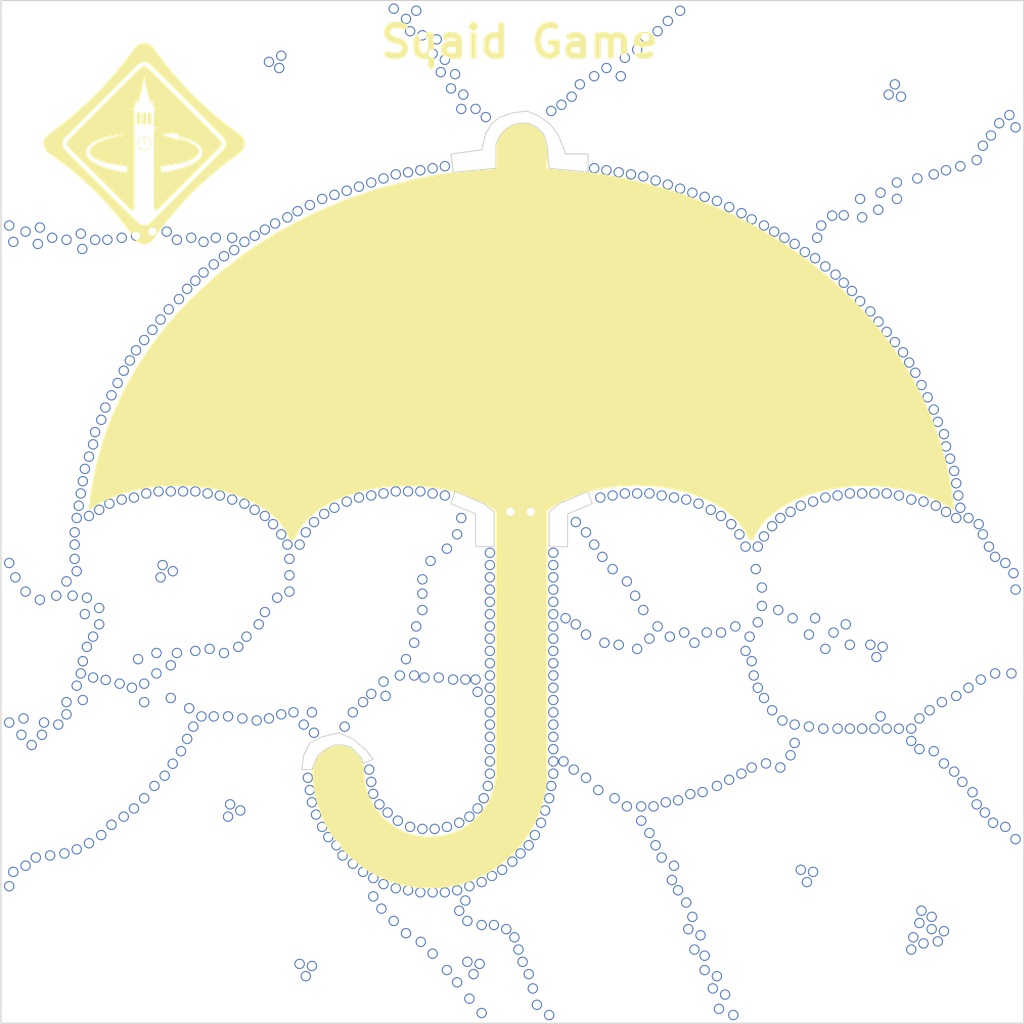
<source format=kicad_pcb>
(kicad_pcb (version 20240108) (generator "pcbnew") (generator_version "8.0")
  (layers (0 "F.Cu" signal) (31 "B.Cu" signal) (34 "B.Paste" user) (35 "F.Paste" user) (36 "B.SilkS" user "B.Silkscreen") (37 "F.SilkS" user "F.Silkscreen") (38 "B.Mask" user) (39 "F.Mask" user) (44 "Edge.Cuts" user))
  (net 0 "")
  (footprint "LOGO" (layer "F.Cu") (at 121.952266 72.346425)
    (property "Reference" "G***" (hide yes))
    (property "Value" "LOGO" (hide yes))
  )
  (gr_poly (pts (xy 140.465611 71.333026) (xy 140.529977 71.337919) (xy 140.593406 71.345976) (xy 140.655818 71.357118) (xy 140.717135 71.371266) (xy 140.777275 71.38834) (xy 140.836161 71.40826) (xy 140.893711 71.430948) (xy 140.949848 71.456322) (xy 141.00449 71.484304) (xy 141.057559 71.514814) (xy 141.108975 71.547773) (xy 141.158658 71.583101) (xy 141.206529 71.620718) (xy 141.252509 71.660545) (xy 141.296517 71.702503) (xy 141.338475 71.746511) (xy 141.378302 71.792491) (xy 141.415919 71.840362) (xy 141.451247 71.890045) (xy 141.484206 71.941461) (xy 141.514716 71.99453) (xy 141.542698 72.049173) (xy 141.568072 72.105309) (xy 141.590759 72.16286) (xy 141.610679 72.221745) (xy 141.627753 72.281886) (xy 141.641901 72.343202) (xy 141.653044 72.405615) (xy 141.661101 72.469044) (xy 141.665994 72.53341) (xy 141.667642 72.598633) (xy 141.667642 73.546007) (xy 142.653904 73.615512) (xy 143.626894 73.723104) (xy 144.58559 73.867904) (xy 145.528967 74.049031) (xy 146.456001 74.265608) (xy 147.365668 74.516757) (xy 148.256945 74.801597) (xy 149.128808 75.119251) (xy 149.980232 75.46884) (xy 150.810194 75.849484) (xy 151.617671 76.260305) (xy 152.401637 76.700425) (xy 153.16107 77.168965) (xy 153.894945 77.665045) (xy 154.602239 78.187787) (xy 155.281927 78.736312) (xy 155.932986 79.309742) (xy 156.554392 79.907198) (xy 157.145121 80.527801) (xy 157.704149 81.170672) (xy 158.230452 81.834932) (xy 158.723007 82.519703) (xy 159.180789 83.224106) (xy 159.602775 83.947262) (xy 159.98794 84.688292) (xy 160.335262 85.446318) (xy 160.643715 86.220461) (xy 160.912277 87.009842) (xy 161.139923 87.813582) (xy 161.325629 88.630802) (xy 161.468371 89.460625) (xy 161.567127 90.30217) (xy 161.368076 90.166712) (xy 161.15704 90.037825) (xy 160.934525 89.915808) (xy 160.701036 89.800959) (xy 160.45708 89.693579) (xy 160.203165 89.593966) (xy 159.939796 89.50242) (xy 159.667479 89.41924) (xy 159.386722 89.344725) (xy 159.09803 89.279175) (xy 158.80191 89.222888) (xy 158.498868 89.176164) (xy 158.189412 89.139303) (xy 157.874046 89.112602) (xy 157.553279 89.096363) (xy 157.227615 89.090883) (xy 156.975067 89.094173) (xy 156.725382 89.10395) (xy 156.478796 89.120076) (xy 156.235544 89.142411) (xy 155.995863 89.170817) (xy 155.759987 89.205155) (xy 155.528151 89.245287) (xy 155.300592 89.291073) (xy 155.077544 89.342375) (xy 154.859242 89.399055) (xy 154.645922 89.460972) (xy 154.43782 89.527989) (xy 154.23517 89.599967) (xy 154.038209 89.676766) (xy 153.847171 89.758249) (xy 153.662291 89.844276) (xy 153.483806 89.934709) (xy 153.31195 90.029409) (xy 153.146959 90.128237) (xy 152.989069 90.231054) (xy 152.838513 90.337722) (xy 152.695529 90.448102) (xy 152.560351 90.562054) (xy 152.433214 90.679441) (xy 152.314354 90.800123) (xy 152.204007 90.923962) (xy 152.102407 91.050819) (xy 152.00979 91.180555) (xy 151.926392 91.313032) (xy 151.852447 91.44811) (xy 151.788191 91.585651) (xy 151.733859 91.725516) (xy 151.508301 91.725516) (xy 151.455128 91.584729) (xy 151.391917 91.446267) (xy 151.236335 91.176883) (xy 151.04346 90.918487) (xy 150.815196 90.672206) (xy 150.553447 90.439163) (xy 150.260118 90.220483) (xy 149.937112 90.017292) (xy 149.586334 89.830713) (xy 149.209688 89.661873) (xy 148.809079 89.511895) (xy 148.38641 89.381905) (xy 147.943586 89.273027) (xy 147.482512 89.186386) (xy 147.005091 89.123107) (xy 146.513227 89.084314) (xy 146.008826 89.071134) (xy 145.682624 89.076649) (xy 145.361407 89.092991) (xy 145.045676 89.119855) (xy 144.73593 89.156936) (xy 144.432668 89.203927) (xy 144.136392 89.260523) (xy 143.847599 89.32642) (xy 143.566791 89.401311) (xy 143.294466 89.484892) (xy 143.031125 89.576857) (xy 142.777267 89.6769) (xy 142.533392 89.784716) (xy 142.3 89.9) (xy 142.07759 90.022447) (xy 141.866663 90.15175) (xy 141.667717 90.287605) (xy 141.667717 103.017359) (xy 141.660229 103.312584) (xy 141.638008 103.603987) (xy 141.601417 103.891201) (xy 141.550819 104.173864) (xy 141.486578 104.451611) (xy 141.409058 104.724079) (xy 141.318621 104.990904) (xy 141.215632 105.251722) (xy 141.100453 105.506169) (xy 140.973448 105.753881) (xy 140.834981 105.994495) (xy 140.685415 106.227646) (xy 140.525114 106.452971) (xy 140.35444 106.670106) (xy 140.173758 106.878687) (xy 139.98343 107.07835) (xy 139.783821 107.268731) (xy 139.575294 107.449466) (xy 139.358211 107.620192) (xy 139.132937 107.780544) (xy 138.899835 107.93016) (xy 138.659269 108.068674) (xy 138.411601 108.195723) (xy 138.157196 108.310944) (xy 137.896416 108.413972) (xy 137.629626 108.504443) (xy 137.357188 108.581994) (xy 137.079467 108.646261) (xy 136.796825 108.69688) (xy 136.509626 108.733486) (xy 136.218233 108.755717) (xy 135.92301 108.763208) (xy 135.627785 108.755717) (xy 135.336383 108.733486) (xy 135.04917 108.69688) (xy 134.766508 108.646261) (xy 134.488762 108.581994) (xy 134.216296 108.504443) (xy 133.949474 108.413972) (xy 133.688658 108.310944) (xy 133.434214 108.195724) (xy 133.186504 108.068675) (xy 132.945894 107.930161) (xy 132.712746 107.780545) (xy 132.487424 107.620193) (xy 132.270293 107.449467) (xy 132.061716 107.268732) (xy 131.862057 107.078351) (xy 131.671679 106.878688) (xy 131.490947 106.670107) (xy 131.320225 106.452973) (xy 131.159876 106.227648) (xy 131.010264 105.994496) (xy 130.871753 105.753883) (xy 130.744706 105.50617) (xy 130.629488 105.251723) (xy 130.526463 104.990905) (xy 130.435994 104.72408) (xy 130.358445 104.451612) (xy 130.29418 104.173865) (xy 130.243563 103.891202) (xy 130.206957 103.603987) (xy 130.184727 103.312585) (xy 130.177236 103.017359) (xy 130.178885 102.952135) (xy 130.183778 102.887769) (xy 130.191835 102.82434) (xy 130.202977 102.761928) (xy 130.217125 102.700612) (xy 130.234199 102.640471) (xy 130.25412 102.581586) (xy 130.276807 102.524035) (xy 130.302181 102.467899) (xy 130.330163 102.413256) (xy 130.360673 102.360187) (xy 130.393632 102.308771) (xy 130.42896 102.259088) (xy 130.466577 102.211217) (xy 130.506404 102.165237) (xy 130.548362 102.121229) (xy 130.59237 102.079271) (xy 130.63835 102.039444) (xy 130.686221 102.001827) (xy 130.735905 101.966499) (xy 130.787321 101.933541) (xy 130.84039 101.90303) (xy 130.895032 101.875048) (xy 130.951169 101.849674) (xy 131.008719 101.826987) (xy 131.067605 101.807067) (xy 131.127746 101.789993) (xy 131.189062 101.775845) (xy 131.251475 101.764703) (xy 131.314904 101.756645) (xy 131.37927 101.751753) (xy 131.444493 101.750104) (xy 131.509717 101.751753) (xy 131.574083 101.756645) (xy 131.637512 101.764703) (xy 131.699924 101.775845) (xy 131.761241 101.789993) (xy 131.821381 101.807067) (xy 131.880267 101.826987) (xy 131.937818 101.849674) (xy 131.993954 101.875048) (xy 132.048597 101.90303) (xy 132.101666 101.933541) (xy 132.153081 101.966499) (xy 132.202765 102.001827) (xy 132.250636 102.039444) (xy 132.296616 102.079271) (xy 132.340624 102.121229) (xy 132.382582 102.165237) (xy 132.422409 102.211217) (xy 132.460026 102.259088) (xy 132.495354 102.308771) (xy 132.528313 102.360187) (xy 132.558823 102.413256) (xy 132.586805 102.467899) (xy 132.612179 102.524035) (xy 132.634866 102.581586) (xy 132.654786 102.640471) (xy 132.67186 102.700612) (xy 132.686008 102.761928) (xy 132.697151 102.82434) (xy 132.705208 102.887769) (xy 132.710101 102.952135) (xy 132.711749 103.017359) (xy 132.715936 103.182317) (xy 132.728359 103.34514) (xy 132.748816 103.505624) (xy 132.777103 103.663565) (xy 132.813018 103.81876) (xy 132.856355 103.971007) (xy 132.906913 104.1201) (xy 132.964488 104.265838) (xy 133.028876 104.408016) (xy 133.099874 104.546432) (xy 133.177278 104.680881) (xy 133.260886 104.811161) (xy 133.350493 104.937069) (xy 133.445897 105.0584) (xy 133.546893 105.174952) (xy 133.65328 105.286521) (xy 133.764852 105.392903) (xy 133.881407 105.493896) (xy 134.002742 105.589297) (xy 134.128653 105.6789) (xy 134.258936 105.762505) (xy 134.393389 105.839906) (xy 134.531807 105.910901) (xy 134.673988 105.975286) (xy 134.819728 106.032858) (xy 134.968824 106.083413) (xy 135.121072 106.126749) (xy 135.276269 106.162661) (xy 135.434211 106.190947) (xy 135.594696 106.211403) (xy 135.757519 106.223826) (xy 135.922478 106.228012) (xy 136.087429 106.223826) (xy 136.250246 106.211404) (xy 136.410725 106.190949) (xy 136.568661 106.162664) (xy 136.723853 106.126753) (xy 136.876096 106.08342) (xy 137.025187 106.032866) (xy 137.170923 105.975296) (xy 137.3131 105.910913) (xy 137.451515 105.839921) (xy 137.585965 105.762522) (xy 137.716245 105.67892) (xy 137.842153 105.589318) (xy 137.963486 105.49392) (xy 138.080039 105.392929) (xy 138.191609 105.286548) (xy 138.297994 105.174981) (xy 138.398989 105.05843) (xy 138.494391 104.9371) (xy 138.583998 104.811193) (xy 138.667604 104.680914) (xy 138.745008 104.546464) (xy 138.816005 104.408048) (xy 138.880393 104.265869) (xy 138.937967 104.12013) (xy 138.988524 103.971034) (xy 139.031862 103.818785) (xy 139.067776 103.663586) (xy 139.096063 103.505641) (xy 139.11652 103.345152) (xy 139.128944 103.182324) (xy 139.13313 103.017359) (xy 139.13313 90.308347) (xy 138.934084 90.172405) (xy 138.723056 90.043014) (xy 138.500544 89.92048) (xy 138.267048 89.805109) (xy 138.023066 89.697208) (xy 137.769098 89.597083) (xy 137.505642 89.50504) (xy 137.233199 89.421385) (xy 136.952266 89.346425) (xy 136.663343 89.280466) (xy 136.366929 89.223814) (xy 136.063523 89.176776) (xy 135.753624 89.139657) (xy 135.437731 89.112765) (xy 135.116344 89.096404) (xy 134.789961 89.090883) (xy 134.537419 89.094173) (xy 134.287741 89.10395) (xy 134.041161 89.120076) (xy 133.797915 89.142411) (xy 133.558238 89.170817) (xy 133.322367 89.205155) (xy 133.090536 89.245287) (xy 132.86298 89.291073) (xy 132.639935 89.342375) (xy 132.421636 89.399055) (xy 132.208319 89.460972) (xy 132.000218 89.527989) (xy 131.79757 89.599967) (xy 131.60061 89.676766) (xy 131.409572 89.758249) (xy 131.224693 89.844276) (xy 131.046208 89.934709) (xy 130.874351 90.029409) (xy 130.709359 90.128237) (xy 130.551467 90.231054) (xy 130.400909 90.337722) (xy 130.257923 90.448102) (xy 130.122742 90.562054) (xy 129.995602 90.679441) (xy 129.876738 90.800123) (xy 129.766387 90.923962) (xy 129.664782 91.050819) (xy 129.57216 91.180555) (xy 129.488756 91.313032) (xy 129.414806 91.44811) (xy 129.350543 91.585651) (xy 129.296205 91.725516) (xy 129.070647 91.725516) (xy 129.017474 91.584729) (xy 128.954263 91.446267) (xy 128.798681 91.176883) (xy 128.605806 90.918487) (xy 128.377542 90.672206) (xy 128.115793 90.439163) (xy 127.822463 90.220483) (xy 127.499457 90.017292) (xy 127.148679 89.830713) (xy 126.772033 89.661873) (xy 126.371424 89.511895) (xy 125.948755 89.381905) (xy 125.505932 89.273027) (xy 125.044857 89.186386) (xy 124.567436 89.123107) (xy 124.075573 89.084314) (xy 123.571171 89.071134) (xy 123.245707 89.076607) (xy 122.925136 89.092828) (xy 122.609962 89.119497) (xy 122.300691 89.156315) (xy 121.997828 89.202982) (xy 121.701878 89.2592) (xy 121.413347 89.324669) (xy 121.132738 89.39909) (xy 120.860558 89.482164) (xy 120.597312 89.573591) (xy 120.343504 89.673073) (xy 120.09964 89.780309) (xy 119.866224 89.895001) (xy 119.643763 90.01685) (xy 119.43276 90.145556) (xy 119.233722 90.28082) (xy 119.333497 89.440212) (xy 119.477172 88.611326) (xy 119.663724 87.795041) (xy 119.892131 86.992233) (xy 120.161373 86.203779) (xy 120.470426 85.430556) (xy 120.818271 84.673441) (xy 121.203885 83.933312) (xy 121.626247 83.211044) (xy 122.084334 82.507516) (xy 122.577126 81.823604) (xy 123.1036 81.160185) (xy 123.662735 80.518137) (xy 124.25351 79.898336) (xy 125.525891 78.728983) (xy 126.91257 77.659144) (xy 128.405374 76.695835) (xy 129.99613 75.846071) (xy 131.676665 75.11687) (xy 133.438805 74.515246) (xy 135.274379 74.048217) (xy 136.217149 73.867368) (xy 137.175212 73.722798) (xy 138.147547 73.615386) (xy 139.133131 73.546007) (xy 139.133131 72.598633) (xy 139.13478 72.53341) (xy 139.139673 72.469044) (xy 139.14773 72.405615) (xy 139.158873 72.343202) (xy 139.173021 72.281886) (xy 139.190095 72.221745) (xy 139.210015 72.16286) (xy 139.232702 72.105309) (xy 139.258076 72.049173) (xy 139.286058 71.99453) (xy 139.316569 71.941461) (xy 139.349527 71.890045) (xy 139.384855 71.840362) (xy 139.422472 71.792491) (xy 139.4623 71.746511) (xy 139.504257 71.702503) (xy 139.548266 71.660545) (xy 139.594245 71.620718) (xy 139.642117 71.583101) (xy 139.6918 71.547773) (xy 139.743216 71.514814) (xy 139.796285 71.484304) (xy 139.850927 71.456322) (xy 139.907064 71.430948) (xy 139.964614 71.40826) (xy 140.0235 71.38834) (xy 140.083641 71.371266) (xy 140.144957 71.357118) (xy 140.207369 71.345976) (xy 140.270798 71.337919) (xy 140.335164 71.333026) (xy 140.400388 71.331377)) (stroke (width -0.000001)) (fill solid) (layer "F.SilkS"))
  (gr_line (start 130.152266 102.946425) (end 129.652266 102.946425) (stroke (width 0.05)) (layer "Edge.Cuts"))
  (gr_line (start 139.152266 73.546425) (end 138.152266 73.646425) (stroke (width 0.05)) (layer "Edge.Cuts"))
  (gr_line (start 142.152266 71.846425) (end 142.452266 72.546425) (stroke (width 0.05)) (layer "Edge.Cuts"))
  (gr_line (start 164.952266 115.346425) (end 164.952266 65.346425) (stroke (width 0.05)) (layer "Edge.Cuts"))
  (gr_line (start 133.152266 102.446425) (end 132.652266 102.646425) (stroke (width 0.05)) (layer "Edge.Cuts"))
  (gr_line (start 131.252266 101.746425) (end 130.852266 101.946425) (stroke (width 0.05)) (layer "Edge.Cuts"))
  (gr_line (start 138.552266 89.946425) (end 137.852266 89.646425) (stroke (width 0.05)) (layer "Edge.Cuts"))
  (gr_line (start 140.752266 71.346425) (end 140.352266 71.346425) (stroke (width 0.05)) (layer "Edge.Cuts"))
  (gr_line (start 143.652266 89.346425) (end 142.952266 89.646425) (stroke (width 0.05)) (layer "Edge.Cuts"))
  (gr_line (start 129.652266 102.946425) (end 129.752266 102.246425) (stroke (width 0.05)) (layer "Edge.Cuts"))
  (gr_line (start 164.952266 115.346425) (end 114.952266 115.346425) (stroke (width 0.05)) (layer "Edge.Cuts"))
  (gr_line (start 132.052266 101.846425) (end 131.652266 101.746425) (stroke (width 0.05)) (layer "Edge.Cuts"))
  (gr_line (start 136.952266 89.946425) (end 138.152266 90.446425) (stroke (width 0.05)) (layer "Edge.Cuts"))
  (gr_line (start 137.152266 89.346425) (end 136.952266 89.946425) (stroke (width 0.05)) (layer "Edge.Cuts"))
  (gr_line (start 143.652266 73.746425) (end 141.752266 73.546425) (stroke (width 0.05)) (layer "Edge.Cuts"))
  (gr_line (start 142.652266 92.046425) (end 142.652266 90.446425) (stroke (width 0.05)) (layer "Edge.Cuts"))
  (gr_line (start 142.652266 90.446425) (end 143.852266 89.946425) (stroke (width 0.05)) (layer "Edge.Cuts"))
  (gr_line (start 130.852266 101.946425) (end 130.452266 102.246425) (stroke (width 0.05)) (layer "Edge.Cuts"))
  (gr_line (start 132.352266 102.146425) (end 132.052266 101.846425) (stroke (width 0.05)) (layer "Edge.Cuts"))
  (gr_line (start 130.652266 101.346425) (end 131.452266 101.146425) (stroke (width 0.05)) (layer "Edge.Cuts"))
  (gr_line (start 139.152266 73.046425) (end 139.152266 73.546425) (stroke (width 0.05)) (layer "Edge.Cuts"))
  (gr_line (start 141.452266 71.846425) (end 141.152266 71.546425) (stroke (width 0.05)) (layer "Edge.Cuts"))
  (gr_line (start 129.752266 102.246425) (end 130.052266 101.646425) (stroke (width 0.05)) (layer "Edge.Cuts"))
  (gr_line (start 136.952266 72.846425) (end 138.452266 72.646425) (stroke (width 0.05)) (layer "Edge.Cuts"))
  (gr_line (start 141.752266 73.546425) (end 141.652266 72.446425) (stroke (width 0.05)) (layer "Edge.Cuts"))
  (gr_line (start 139.952266 70.846425) (end 140.652266 70.746425) (stroke (width 0.05)) (layer "Edge.Cuts"))
  (gr_line (start 137.852266 89.646425) (end 137.152266 89.346425) (stroke (width 0.05)) (layer "Edge.Cuts"))
  (gr_line (start 138.152266 73.646425) (end 137.052266 73.746425) (stroke (width 0.05)) (layer "Edge.Cuts"))
  (gr_line (start 142.252266 89.946425) (end 141.752266 90.346425) (stroke (width 0.05)) (layer "Edge.Cuts"))
  (gr_line (start 141.552266 72.046425) (end 141.452266 71.846425) (stroke (width 0.05)) (layer "Edge.Cuts"))
  (gr_line (start 138.452266 72.646425) (end 138.652266 71.846425) (stroke (width 0.05)) (layer "Edge.Cuts"))
  (gr_line (start 139.152266 72.646425) (end 139.152266 73.046425) (stroke (width 0.05)) (layer "Edge.Cuts"))
  (gr_line (start 139.952266 71.446425) (end 139.652266 71.646425) (stroke (width 0.05)) (layer "Edge.Cuts"))
  (gr_line (start 140.352266 71.346425) (end 139.952266 71.446425) (stroke (width 0.05)) (layer "Edge.Cuts"))
  (gr_line (start 138.952266 71.346425) (end 139.352266 71.046425) (stroke (width 0.05)) (layer "Edge.Cuts"))
  (gr_line (start 132.652266 102.646425) (end 132.552266 102.346425) (stroke (width 0.05)) (layer "Edge.Cuts"))
  (gr_line (start 143.852266 89.946425) (end 143.652266 89.346425) (stroke (width 0.05)) (layer "Edge.Cuts"))
  (gr_line (start 139.152266 72.346425) (end 139.152266 72.646425) (stroke (width 0.05)) (layer "Edge.Cuts"))
  (gr_line (start 137.052266 73.746425) (end 137.052266 73.646425) (stroke (width 0.05)) (layer "Edge.Cuts"))
  (gr_line (start 142.952266 89.646425) (end 142.252266 89.946425) (stroke (width 0.05)) (layer "Edge.Cuts"))
  (gr_line (start 139.052266 90.346425) (end 138.552266 89.946425) (stroke (width 0.05)) (layer "Edge.Cuts"))
  (gr_line (start 114.952266 65.346425) (end 164.952266 65.346425) (stroke (width 0.05)) (layer "Edge.Cuts"))
  (gr_line (start 130.452266 102.246425) (end 130.152266 102.946425) (stroke (width 0.05)) (layer "Edge.Cuts"))
  (gr_line (start 114.952266 65.346425) (end 114.952266 115.346425) (stroke (width 0.05)) (layer "Edge.Cuts"))
  (gr_line (start 140.652266 70.746425) (end 141.152266 70.946425) (stroke (width 0.05)) (layer "Edge.Cuts"))
  (gr_line (start 139.052266 92.046425) (end 139.052266 90.346425) (stroke (width 0.05)) (layer "Edge.Cuts"))
  (gr_line (start 138.652266 71.846425) (end 138.952266 71.346425) (stroke (width 0.05)) (layer "Edge.Cuts"))
  (gr_line (start 141.752266 92.046425) (end 142.652266 92.046425) (stroke (width 0.05)) (layer "Edge.Cuts"))
  (gr_line (start 142.452266 72.546425) (end 142.552266 72.846425) (stroke (width 0.05)) (layer "Edge.Cuts"))
  (gr_line (start 137.052266 73.646425) (end 136.952266 72.846425) (stroke (width 0.05)) (layer "Edge.Cuts"))
  (gr_line (start 141.652266 72.446425) (end 141.552266 72.046425) (stroke (width 0.05)) (layer "Edge.Cuts"))
  (gr_line (start 139.652266 71.646425) (end 139.352266 71.946425) (stroke (width 0.05)) (layer "Edge.Cuts"))
  (gr_line (start 132.152266 101.446425) (end 132.752266 101.946425) (stroke (width 0.05)) (layer "Edge.Cuts"))
  (gr_line (start 132.752266 101.946425) (end 133.152266 102.446425) (stroke (width 0.05)) (layer "Edge.Cuts"))
  (gr_line (start 131.652266 101.746425) (end 131.252266 101.746425) (stroke (width 0.05)) (layer "Edge.Cuts"))
  (gr_line (start 138.152266 92.046425) (end 139.052266 92.046425) (stroke (width 0.05)) (layer "Edge.Cuts"))
  (gr_line (start 143.652266 72.846425) (end 143.652266 73.746425) (stroke (width 0.05)) (layer "Edge.Cuts"))
  (gr_line (start 141.752266 71.346425) (end 142.152266 71.846425) (stroke (width 0.05)) (layer "Edge.Cuts"))
  (gr_line (start 132.552266 102.346425) (end 132.352266 102.146425) (stroke (width 0.05)) (layer "Edge.Cuts"))
  (gr_line (start 139.352266 71.946425) (end 139.152266 72.346425) (stroke (width 0.05)) (layer "Edge.Cuts"))
  (gr_line (start 131.452266 101.146425) (end 132.152266 101.446425) (stroke (width 0.05)) (layer "Edge.Cuts"))
  (gr_line (start 141.752266 90.346425) (end 141.752266 92.046425) (stroke (width 0.05)) (layer "Edge.Cuts"))
  (gr_line (start 142.552266 72.846425) (end 143.652266 72.846425) (stroke (width 0.05)) (layer "Edge.Cuts"))
  (gr_line (start 141.152266 71.546425) (end 140.752266 71.346425) (stroke (width 0.05)) (layer "Edge.Cuts"))
  (gr_line (start 139.352266 71.046425) (end 139.952266 70.846425) (stroke (width 0.05)) (layer "Edge.Cuts"))
  (gr_line (start 138.152266 90.446425) (end 138.152266 92.046425) (stroke (width 0.05)) (layer "Edge.Cuts"))
  (gr_line (start 130.052266 101.646425) (end 130.652266 101.346425) (stroke (width 0.05)) (layer "Edge.Cuts"))
  (gr_line (start 141.152266 70.946425) (end 141.752266 71.346425) (stroke (width 0.05)) (layer "Edge.Cuts"))
  (gr_text "Sqaid Game" (at 133.352266 68.246425 0) (layer "F.SilkS") (effects (font (size 1.5 1.5) (thickness 0.3) (bold yes)) (justify left bottom)))
  (via (at 146.252266 105.446425) (size 0.5) (drill 0.4) (layers "F.Cu" "B.Cu") (net 0))
  (via (at 149.652266 90.246425) (size 0.5) (drill 0.4) (layers "F.Cu" "B.Cu") (net 0))
  (via (at 123.552266 77.046425) (size 0.5) (drill 0.4) (layers "F.Cu" "B.Cu") (net 0))
  (via (at 132.952266 102.946425) (size 0.5) (drill 0.4) (layers "F.Cu" "B.Cu") (net 0))
  (via (at 159.452266 101.546425) (size 0.5) (drill 0.4) (layers "F.Cu" "B.Cu") (net 0))
  (via (at 124.852266 77.146425) (size 0.5) (drill 0.4) (layers "F.Cu" "B.Cu") (net 0))
  (via (at 155.852266 89.546425) (size 0.5) (drill 0.4) (layers "F.Cu" "B.Cu") (net 0))
  (via (at 137.852266 105.246425) (size 0.5) (drill 0.4) (layers "F.Cu" "B.Cu") (net 0))
  (via (at 135.152266 98.346425) (size 0.5) (drill 0.4) (layers "F.Cu" "B.Cu") (net 0))
  (via (at 146.852266 104.746425) (size 0.5) (drill 0.4) (layers "F.Cu" "B.Cu") (net 0))
  (via (at 156.452266 100.946425) (size 0.5) (drill 0.4) (layers "F.Cu" "B.Cu") (net 0))
  (via (at 151.952266 92.046425) (size 0.5) (drill 0.4) (layers "F.Cu" "B.Cu") (net 0))
  (via (at 143.552266 103.346425) (size 0.5) (drill 0.4) (layers "F.Cu" "B.Cu") (net 0))
  (via (at 147.752266 108.346425) (size 0.5) (drill 0.4) (layers "F.Cu" "B.Cu") (net 0))
  (via (at 145.952266 94.446425) (size 0.5) (drill 0.4) (layers "F.Cu" "B.Cu") (net 0))
  (via (at 153.052266 102.846425) (size 0.5) (drill 0.4) (layers "F.Cu" "B.Cu") (net 0))
  (via (at 127.852266 90.546425) (size 0.5) (drill 0.4) (layers "F.Cu" "B.Cu") (net 0))
  (via (at 157.452266 96.846425) (size 0.5) (drill 0.4) (layers "F.Cu" "B.Cu") (net 0))
  (via (at 159.352266 83.046425) (size 0.5) (drill 0.4) (layers "F.Cu" "B.Cu") (net 0))
  (via (at 150.152266 90.546425) (size 0.5) (drill 0.4) (layers "F.Cu" "B.Cu") (net 0))
  (via (at 138.852266 94.146425) (size 0.5) (drill 0.4) (layers "F.Cu" "B.Cu") (net 0))
  (via (at 151.652266 97.646425) (size 0.5) (drill 0.4) (layers "F.Cu" "B.Cu") (net 0))
  (via (at 115.352266 100.646425) (size 0.5) (drill 0.4) (layers "F.Cu" "B.Cu") (net 0))
  (via (at 139.652266 110.746425) (size 0.5) (drill 0.4) (layers "F.Cu" "B.Cu") (net 0))
  (via (at 124.352266 100.846425) (size 0.5) (drill 0.4) (layers "F.Cu" "B.Cu") (net 0))
  (via (at 130.152266 100.146425) (size 0.5) (drill 0.4) (layers "F.Cu" "B.Cu") (net 0))
  (via (at 143.052266 90.846425) (size 0.5) (drill 0.4) (layers "F.Cu" "B.Cu") (net 0))
  (via (at 119.752266 95.046425) (size 0.5) (drill 0.4) (layers "F.Cu" "B.Cu") (net 0))
  (via (at 147.052266 95.946425) (size 0.5) (drill 0.4) (layers "F.Cu" "B.Cu") (net 0))
  (via (at 118.552266 91.346425) (size 0.5) (drill 0.4) (layers "F.Cu" "B.Cu") (net 0))
  (via (at 128.952266 91.946425) (size 0.5) (drill 0.4) (layers "F.Cu" "B.Cu") (net 0))
  (via (at 118.952266 99.546425) (size 0.5) (drill 0.4) (layers "F.Cu" "B.Cu") (net 0))
  (via (at 130.352266 105.146425) (size 0.5) (drill 0.4) (layers "F.Cu" "B.Cu") (net 0))
  (via (at 134.852266 89.346425) (size 0.5) (drill 0.4) (layers "F.Cu" "B.Cu") (net 0))
  (via (at 140.452266 112.346425) (size 0.5) (drill 0.4) (layers "F.Cu" "B.Cu") (net 0))
  (via (at 120.952266 83.446425) (size 0.5) (drill 0.4) (layers "F.Cu" "B.Cu") (net 0))
  (via (at 162.952266 72.446425) (size 0.5) (drill 0.4) (layers "F.Cu" "B.Cu") (net 0))
  (via (at 158.752266 75.046425) (size 0.5) (drill 0.4) (layers "F.Cu" "B.Cu") (net 0))
  (via (at 131.352266 106.646425) (size 0.5) (drill 0.4) (layers "F.Cu" "B.Cu") (net 0))
  (via (at 123.252266 99.446425) (size 0.5) (drill 0.4) (layers "F.Cu" "B.Cu") (net 0))
  (via (at 156.952266 75.046425) (size 0.5) (drill 0.4) (layers "F.Cu" "B.Cu") (net 0))
  (via (at 129.052266 94.246425) (size 0.5) (drill 0.4) (layers "F.Cu" "B.Cu") (net 0))
  (via (at 138.852266 101.346425) (size 0.5) (drill 0.4) (layers "F.Cu" "B.Cu") (net 0))
  (via (at 133.052266 89.546425) (size 0.5) (drill 0.4) (layers "F.Cu" "B.Cu") (net 0))
  (via (at 137.852266 108.646425) (size 0.5) (drill 0.4) (layers "F.Cu" "B.Cu") (net 0))
  (via (at 133.152266 109.146425) (size 0.5) (drill 0.4) (layers "F.Cu" "B.Cu") (net 0))
  (via (at 141.952266 101.946425) (size 0.5) (drill 0.4) (layers "F.Cu" "B.Cu") (net 0))
  (via (at 118.752266 90.046425) (size 0.5) (drill 0.4) (layers "F.Cu" "B.Cu") (net 0))
  (via (at 143.552266 96.346425) (size 0.5) (drill 0.4) (layers "F.Cu" "B.Cu") (net 0))
  (via (at 126.252266 76.946425) (size 0.5) (drill 0.4) (layers "F.Cu" "B.Cu") (net 0))
  (via (at 149.352266 112.746425) (size 0.5) (drill 0.4) (layers "F.Cu" "B.Cu") (net 0))
  (via (at 159.852266 100.446425) (size 0.5) (drill 0.4) (layers "F.Cu" "B.Cu") (net 0))
  (via (at 146.052266 89.446425) (size 0.5) (drill 0.4) (layers "F.Cu" "B.Cu") (net 0))
  (via (at 141.952266 92.346425) (size 0.5) (drill 0.4) (layers "F.Cu" "B.Cu") (net 0))
  (via (at 122.452266 103.746425) (size 0.5) (drill 0.4) (layers "F.Cu" "B.Cu") (net 0))
  (via (at 151.952266 95.746425) (size 0.5) (drill 0.4) (layers "F.Cu" "B.Cu") (net 0))
  (via (at 128.452266 94.546425) (size 0.5) (drill 0.4) (layers "F.Cu" "B.Cu") (net 0))
  (via (at 153.252266 76.946425) (size 0.5) (drill 0.4) (layers "F.Cu" "B.Cu") (net 0))
  (via (at 140.952266 113.646425) (size 0.5) (drill 0.4) (layers "F.Cu" "B.Cu") (net 0))
  (via (at 164.452266 93.346425) (size 0.5) (drill 0.4) (layers "F.Cu" "B.Cu") (net 0))
  (via (at 136.652266 73.446425) (size 0.5) (drill 0.4) (layers "F.Cu" "B.Cu") (net 0))
  (via (at 151.752266 98.346425) (size 0.5) (drill 0.4) (layers "F.Cu" "B.Cu") (net 0))
  (via (at 136.952266 69.646425) (size 0.5) (drill 0.4) (layers "F.Cu" "B.Cu") (net 0))
  (via (at 135.452266 89.346425) (size 0.5) (drill 0.4) (layers "F.Cu" "B.Cu") (net 0))
  (via (at 128.052266 68.346425) (size 0.5) (drill 0.4) (layers "F.Cu" "B.Cu") (net 0))
  (via (at 160.352266 100.046425) (size 0.5) (drill 0.4) (layers "F.Cu" "B.Cu") (net 0))
  (via (at 158.752266 74.246425) (size 0.5) (drill 0.4) (layers "F.Cu" "B.Cu") (net 0))
  (via (at 141.552266 104.946425) (size 0.5) (drill 0.4) (layers "F.Cu" "B.Cu") (net 0))
  (via (at 158.652266 69.446425) (size 0.5) (drill 0.4) (layers "F.Cu" "B.Cu") (net 0))
  (via (at 131.852266 89.846425) (size 0.5) (drill 0.4) (layers "F.Cu" "B.Cu") (net 0))
  (via (at 155.852266 100.946425) (size 0.5) (drill 0.4) (layers "F.Cu" "B.Cu") (net 0))
  (via (at 129.252266 100.146425) (size 0.5) (drill 0.4) (layers "F.Cu" "B.Cu") (net 0))
  (via (at 161.652266 88.946425) (size 0.5) (drill 0.4) (layers "F.Cu" "B.Cu") (net 0))
  (via (at 158.252266 81.546425) (size 0.5) (drill 0.4) (layers "F.Cu" "B.Cu") (net 0))
  (via (at 141.152266 114.446425) (size 0.5) (drill 0.4) (layers "F.Cu" "B.Cu") (net 0))
  (via (at 161.152266 73.646425) (size 0.5) (drill 0.4) (layers "F.Cu" "B.Cu") (net 0))
  (via (at 135.552266 93.646425) (size 0.5) (drill 0.4) (layers "F.Cu" "B.Cu") (net 0))
  (via (at 164.252266 70.946425) (size 0.5) (drill 0.4) (layers "F.Cu" "B.Cu") (net 0))
  (via (at 140.052266 111.146425) (size 0.5) (drill 0.4) (layers "F.Cu" "B.Cu") (net 0))
  (via (at 156.552266 79.546425) (size 0.5) (drill 0.4) (layers "F.Cu" "B.Cu") (net 0))
  (via (at 119.752266 95.846425) (size 0.5) (drill 0.4) (layers "F.Cu" "B.Cu") (net 0))
  (via (at 137.352266 105.546425) (size 0.5) (drill 0.4) (layers "F.Cu" "B.Cu") (net 0))
  (via (at 157.452266 80.546425) (size 0.5) (drill 0.4) (layers "F.Cu" "B.Cu") (net 0))
  (via (at 123.852266 89.346425) (size 0.5) (drill 0.4) (layers "F.Cu" "B.Cu") (net 0))
  (via (at 137.052266 98.546425) (size 0.5) (drill 0.4) (layers "F.Cu" "B.Cu") (net 0))
  (via (at 152.352266 102.646425) (size 0.5) (drill 0.4) (layers "F.Cu" "B.Cu") (net 0))
  (via (at 150.052266 114.646425) (size 0.5) (drill 0.4) (layers "F.Cu" "B.Cu") (net 0))
  (via (at 138.852266 98.346425) (size 0.5) (drill 0.4) (layers "F.Cu" "B.Cu") (net 0))
  (via (at 118.452266 94.446425) (size 0.5) (drill 0.4) (layers "F.Cu" "B.Cu") (net 0))
  (via (at 118.052266 107.046425) (size 0.5) (drill 0.4) (layers "F.Cu" "B.Cu") (net 0))
  (via (at 150.552266 75.446425) (size 0.5) (drill 0.4) (layers "F.Cu" "B.Cu") (net 0))
  (via (at 141.952266 100.146425) (size 0.5) (drill 0.4) (layers "F.Cu" "B.Cu") (net 0))
  (via (at 123.052266 76.646425) (size 0.5) (drill 0.4) (layers "F.Cu" "B.Cu") (net 0))
  (via (at 154.852266 76.946425) (size 0.5) (drill 0.4) (layers "F.Cu" "B.Cu") (net 0))
  (via (at 120.052266 85.246425) (size 0.5) (drill 0.4) (layers "F.Cu" "B.Cu") (net 0))
  (via (at 147.552266 74.346425) (size 0.5) (drill 0.4) (layers "F.Cu" "B.Cu") (net 0))
  (via (at 154.752266 95.546425) (size 0.5) (drill 0.4) (layers "F.Cu" "B.Cu") (net 0))
  (via (at 148.052266 104.446425) (size 0.5) (drill 0.4) (layers "F.Cu" "B.Cu") (net 0))
  (via (at 123.652266 79.946425) (size 0.5) (drill 0.4) (layers "F.Cu" "B.Cu") (net 0))
  (via (at 122.352266 76.646425) (size 0.5) (drill 0.4) (layers "F.Cu" "B.Cu") (net 0))
  (via (at 126.252266 89.746425) (size 0.5) (drill 0.4) (layers "F.Cu" "B.Cu") (net 0))
  (via (at 129.952266 103.346425) (size 0.5) (drill 0.4) (layers "F.Cu" "B.Cu") (net 0))
  (via (at 162.447818 104.053971) (size 0.5) (drill 0.4) (layers "F.Cu" "B.Cu") (net 0))
  (via (at 138.052266 112.946425) (size 0.5) (drill 0.4) (layers "F.Cu" "B.Cu") (net 0))
  (via (at 120.652266 84.046425) (size 0.5) (drill 0.4) (layers "F.Cu" "B.Cu") (net 0))
  (via (at 123.252266 97.846425) (size 0.5) (drill 0.4) (layers "F.Cu" "B.Cu") (net 0))
  (via (at 126.652266 104.946425) (size 0.5) (drill 0.4) (layers "F.Cu" "B.Cu") (net 0))
  (via (at 131.852266 74.646425) (size 0.5) (drill 0.4) (layers "F.Cu" "B.Cu") (net 0))
  (via (at 159.052266 82.546425) (size 0.5) (drill 0.4) (layers "F.Cu" "B.Cu") (net 0))
  (via (at 138.852266 97.146425) (size 0.5) (drill 0.4) (layers "F.Cu" "B.Cu") (net 0))
  (via (at 125.152266 97.046425) (size 0.5) (drill 0.4) (layers "F.Cu" "B.Cu") (net 0))
  (via (at 161.952266 103.546425) (size 0.5) (drill 0.4) (layers "F.Cu" "B.Cu") (net 0))
  (via (at 144.252266 89.646425) (size 0.5) (drill 0.4) (layers "F.Cu" "B.Cu") (net 0))
  (via (at 132.452266 89.646425) (size 0.5) (drill 0.4) (layers "F.Cu" "B.Cu") (net 0))
  (via (at 144.852266 93.146425) (size 0.5) (drill 0.4) (layers "F.Cu" "B.Cu") (net 0))
  (via (at 118.852266 89.446425) (size 0.5) (drill 0.4) (layers "F.Cu" "B.Cu") (net 0))
  (via (at 155.252266 89.646425) (size 0.5) (drill 0.4) (layers "F.Cu" "B.Cu") (net 0))
  (via (at 122.052266 89.446425) (size 0.5) (drill 0.4) (layers "F.Cu" "B.Cu") (net 0))
  (via (at 141.952266 97.746425) (size 0.5) (drill 0.4) (layers "F.Cu" "B.Cu") (net 0))
  (via (at 154.252266 77.646425) (size 0.5) (drill 0.4) (layers "F.Cu" "B.Cu") (net 0))
  (via (at 132.652266 107.946425) (size 0.5) (drill 0.4) (layers "F.Cu" "B.Cu") (net 0))
  (via (at 151.352266 97.146425) (size 0.5) (drill 0.4) (layers "F.Cu" "B.Cu") (net 0))
  (via (at 138.452266 108.446425) (size 0.5) (drill 0.4) (layers "F.Cu" "B.Cu") (net 0))
  (via (at 122.852266 92.946425) (size 0.5) (drill 0.4) (layers "F.Cu" "B.Cu") (net 0))
  (via (at 163.552266 92.546425) (size 0.5) (drill 0.4) (layers "F.Cu" "B.Cu") (net 0))
  (via (at 118.152266 77.046425) (size 0.5) (drill 0.4) (layers "F.Cu" "B.Cu") (net 0))
  (via (at 121.952266 104.346425) (size 0.5) (drill 0.4) (layers "F.Cu" "B.Cu") (net 0))
  (via (at 134.252266 108.746425) (size 0.5) (drill 0.4) (layers "F.Cu" "B.Cu") (net 0))
  (via (at 148.852266 96.746425) (size 0.5) (drill 0.4) (layers "F.Cu" "B.Cu") (net 0))
  (via (at 123.252266 89.346425) (size 0.5) (drill 0.4) (layers "F.Cu" "B.Cu") (net 0))
  (via (at 135.452266 108.946425) (size 0.5) (drill 0.4) (layers "F.Cu" "B.Cu") (net 0))
  (via (at 142.352266 70.446425) (size 0.5) (drill 0.4) (layers "F.Cu" "B.Cu") (net 0))
  (via (at 152.252266 91.546425) (size 0.5) (drill 0.4) (layers "F.Cu" "B.Cu") (net 0))
  (via (at 120.852266 76.946425) (size 0.5) (drill 0.4) (layers "F.Cu" "B.Cu") (net 0))
  (via (at 140.752266 106.646425) (size 0.5) (drill 0.4) (layers "F.Cu" "B.Cu") (net 0))
  (via (at 151.152266 75.746425) (size 0.5) (drill 0.4) (layers "F.Cu" "B.Cu") (net 0))
  (via (at 139.952266 107.446425) (size 0.5) (drill 0.4) (layers "F.Cu" "B.Cu") (net 0))
  (via (at 152.152266 94.046425) (size 0.5) (drill 0.4) (layers "F.Cu" "B.Cu") (net 0))
  (via (at 161.052266 86.546425) (size 0.5) (drill 0.4) (layers "F.Cu" "B.Cu") (net 0))
  (via (at 141.952266 94.146425) (size 0.5) (drill 0.4) (layers "F.Cu" "B.Cu") (net 0))
  (via (at 128.652266 100.246425) (size 0.5) (drill 0.4) (layers "F.Cu" "B.Cu") (net 0))
  (via (at 158.852266 89.546425) (size 0.5) (drill 0.4) (layers "F.Cu" "B.Cu") (net 0))
  (via (at 119.452266 98.446425) (size 0.5) (drill 0.4) (layers "F.Cu" "B.Cu") (net 0))
  (via (at 154.452266 96.346425) (size 0.5) (drill 0.4) (layers "F.Cu" "B.Cu") (net 0))
  (via (at 151.052266 91.446425) (size 0.5) (drill 0.4) (layers "F.Cu" "B.Cu") (net 0))
  (via (at 143.052266 95.846425) (size 0.5) (drill 0.4) (layers "F.Cu" "B.Cu") (net 0))
  (via (at 148.752266 110.146425) (size 0.5) (drill 0.4) (layers "F.Cu" "B.Cu") (net 0))
  (via (at 163.052266 105.046425) (size 0.5) (drill 0.4) (layers "F.Cu" "B.Cu") (net 0))
  (via (at 157.052266 89.446425) (size 0.5) (drill 0.4) (layers "F.Cu" "B.Cu") (net 0))
  (via (at 137.252266 113.346425) (size 0.5) (drill 0.4) (layers "F.Cu" "B.Cu") (net 0))
  (via (at 138.852266 95.946425) (size 0.5) (drill 0.4) (layers "F.Cu" "B.Cu") (net 0))
  (via (at 160.052266 111.446425) (size 0.5) (drill 0.4) (layers "F.Cu" "B.Cu") (net 0))
  (via (at 144.852266 89.546425) (size 0.5) (drill 0.4) (layers "F.Cu" "B.Cu") (net 0))
  (via (at 162.252266 98.946425) (size 0.5) (drill 0.4) (layers "F.Cu" "B.Cu") (net 0))
  (via (at 118.852266 98.246425) (size 0.5) (drill 0.4) (layers "F.Cu" "B.Cu") (net 0))
  (via (at 150.352266 113.946425) (size 0.5) (drill 0.4) (layers "F.Cu" "B.Cu") (net 0))
  (via (at 119.252266 90.546425) (size 0.5) (drill 0.4) (layers "F.Cu" "B.Cu") (net 0))
  (via (at 160.452266 110.146425) (size 0.5) (drill 0.4) (layers "F.Cu" "B.Cu") (net 0))
  (via (at 133.652266 74.046425) (size 0.5) (drill 0.4) (layers "F.Cu" "B.Cu") (net 0))
  (via (at 161.652266 90.646425) (size 0.5) (drill 0.4) (layers "F.Cu" "B.Cu") (net 0))
  (via (at 155.252266 78.346425) (size 0.5) (drill 0.4) (layers "F.Cu" "B.Cu") (net 0))
  (via (at 135.652266 98.446425) (size 0.5) (drill 0.4) (layers "F.Cu" "B.Cu") (net 0))
  (via (at 152.152266 94.946425) (size 0.5) (drill 0.4) (layers "F.Cu" "B.Cu") (net 0))
  (via (at 120.952266 105.246425) (size 0.5) (drill 0.4) (layers "F.Cu" "B.Cu") (net 0))
  (via (at 119.452266 96.446425) (size 0.5) (drill 0.4) (layers "F.Cu" "B.Cu") (net 0))
  (via (at 122.552266 97.246425) (size 0.5) (drill 0.4) (layers "F.Cu" "B.Cu") (net 0))
  (via (at 157.84099 75.577785) (size 0.5) (drill 0.4) (layers "F.Cu" "B.Cu") (net 0))
  (via (at 119.252266 106.546425) (size 0.5) (drill 0.4) (layers "F.Cu" "B.Cu") (net 0))
  (via (at 161.152266 90.346425) (size 0.5) (drill 0.4) (layers "F.Cu" "B.Cu") (net 0))
  (via (at 144.452266 96.746425) (size 0.5) (drill 0.4) (layers "F.Cu" "B.Cu") (net 0))
  (via (at 141.852266 70.746425) (size 0.5) (drill 0.4) (layers "F.Cu" "B.Cu") (net 0))
  (via (at 116.152266 76.646425) (size 0.5) (drill 0.4) (layers "F.Cu" "B.Cu") (net 0))
  (via (at 121.452266 89.646425) (size 0.5) (drill 0.4) (layers "F.Cu" "B.Cu") (net 0))
  (via (at 117.052266 100.646425) (size 0.5) (drill 0.4) (layers "F.Cu" "B.Cu") (net 0))
  (via (at 157.052266 75.946425) (size 0.5) (drill 0.4) (layers "F.Cu" "B.Cu") (net 0))
  (via (at 135.952266 92.746425) (size 0.5) (drill 0.4) (layers "F.Cu" "B.Cu") (net 0))
  (via (at 161.852266 73.446425) (size 0.5) (drill 0.4) (layers "F.Cu" "B.Cu") (net 0))
  (via (at 128.052266 100.446425) (size 0.5) (drill 0.4) (layers "F.Cu" "B.Cu") (net 0))
  (via (at 133.652266 108.546425) (size 0.5) (drill 0.4) (layers "F.Cu" "B.Cu") (net 0))
  (via (at 159.452266 89.746425) (size 0.5) (drill 0.4) (layers "F.Cu" "B.Cu") (net 0))
  (via (at 154.052266 107.846425) (size 0.5) (drill 0.4) (layers "F.Cu" "B.Cu") (net 0))
  (via (at 141.952266 99.546425) (size 0.5) (drill 0.4) (layers "F.Cu" "B.Cu") (net 0))
  (via (at 133.652266 98.646425) (size 0.5) (drill 0.4) (layers "F.Cu" "B.Cu") (net 0))
  (via (at 157.652266 89.446425) (size 0.5) (drill 0.4) (layers "F.Cu" "B.Cu") (net 0))
  (via (at 116.652266 107.246425) (size 0.5) (drill 0.4) (layers "F.Cu" "B.Cu") (net 0))
  (via (at 116.052266 100.446425) (size 0.5) (drill 0.4) (layers "F.Cu" "B.Cu") (net 0))
  (via (at 138.852266 98.946425) (size 0.5) (drill 0.4) (layers "F.Cu" "B.Cu") (net 0))
  (via (at 151.952266 98.946425) (size 0.5) (drill 0.4) (layers "F.Cu" "B.Cu") (net 0))
  (via (at 141.352266 105.546425) (size 0.5) (drill 0.4) (layers "F.Cu" "B.Cu") (net 0))
  (via (at 146.052266 97.046425) (size 0.5) (drill 0.4) (layers "F.Cu" "B.Cu") (net 0))
  (via (at 119.752266 90.246425) (size 0.5) (drill 0.4) (layers "F.Cu" "B.Cu") (net 0))
  (via (at 123.152266 80.446425) (size 0.5) (drill 0.4) (layers "F.Cu" "B.Cu") (net 0))
  (via (at 151.652266 102.846425) (size 0.5) (drill 0.4) (layers "F.Cu" "B.Cu") (net 0))
  (via (at 126.152266 104.646425) (size 0.5) (drill 0.4) (layers "F.Cu" "B.Cu") (net 0))
  (via (at 136.652266 108.946425) (size 0.5) (drill 0.4) (layers "F.Cu" "B.Cu") (net 0))
  (via (at 140.852266 90.346425) (size 0.5) (drill 0.4) (layers "F.Cu" "B.Cu") (net 0))
  (via (at 158.852266 100.946425) (size 0.5) (drill 0.4) (layers "F.Cu" "B.Cu") (net 0))
  (via (at 126.852266 77.146425) (size 0.5) (drill 0.4) (layers "F.Cu" "B.Cu") (net 0))
  (via (at 158.252266 100.946425) (size 0.5) (drill 0.4) (layers "F.Cu" "B.Cu") (net 0))
  (via (at 137.652266 98.546425) (size 0.5) (drill 0.4) (layers "F.Cu" "B.Cu") (net 0))
  (via (at 117.352266 107.146425) (size 0.5) (drill 0.4) (layers "F.Cu" "B.Cu") (net 0))
  (via (at 161.752266 89.546425) (size 0.5) (drill 0.4) (layers "F.Cu" "B.Cu") (net 0))
  (via (at 152.652266 91.046425) (size 0.5) (drill 0.4) (layers "F.Cu" "B.Cu") (net 0))
  (via (at 149.952266 75.146425) (size 0.5) (drill 0.4) (layers "F.Cu" "B.Cu") (net 0))
  (via (at 134.752266 97.546425) (size 0.5) (drill 0.4) (layers "F.Cu" "B.Cu") (net 0))
  (via (at 133.052266 74.246425) (size 0.5) (drill 0.4) (layers "F.Cu" "B.Cu") (net 0))
  (via (at 120.352266 105.646425) (size 0.5) (drill 0.4) (layers "F.Cu" "B.Cu") (net 0))
  (via (at 140.752266 112.946425) (size 0.5) (drill 0.4) (layers "F.Cu" "B.Cu") (net 0))
  (via (at 121.452266 104.846425) (size 0.5) (drill 0.4) (layers "F.Cu" "B.Cu") (net 0))
  (via (at 130.052266 75.346425) (size 0.5) (drill 0.4) (layers "F.Cu" "B.Cu") (net 0))
  (via (at 122.352266 81.446425) (size 0.5) (drill 0.4) (layers "F.Cu" "B.Cu") (net 0))
  (via (at 118.152266 93.746425) (size 0.5) (drill 0.4) (layers "F.Cu" "B.Cu") (net 0))
  (via (at 126.552266 96.946425) (size 0.5) (drill 0.4) (layers "F.Cu" "B.Cu") (net 0))
  (via (at 130.652266 105.746425) (size 0.5) (drill 0.4) (layers "F.Cu" "B.Cu") (net 0))
  (via (at 124.452266 89.346425) (size 0.5) (drill 0.4) (layers "F.Cu" "B.Cu") (net 0))
  (via (at 117.752266 100.746425) (size 0.5) (drill 0.4) (layers "F.Cu" "B.Cu") (net 0))
  (via (at 129.852266 113.046425) (size 0.5) (drill 0.4) (layers "F.Cu" "B.Cu") (net 0))
  (via (at 141.952266 103.146425) (size 0.5) (drill 0.4) (layers "F.Cu" "B.Cu") (net 0))
  (via (at 135.47495 111.368553) (size 0.5) (drill 0.4) (layers "F.Cu" "B.Cu") (net 0))
  (via (at 136.252266 67.246425) (size 0.5) (drill 0.4) (layers "F.Cu" "B.Cu") (net 0))
  (via (at 130.652266 75.046425) (size 0.5) (drill 0.4) (layers "F.Cu" "B.Cu") (net 0))
  (via (at 158.952266 70.046425) (size 0.5) (drill 0.4) (layers "F.Cu" "B.Cu") (net 0))
  (via (at 130.252266 90.846425) (size 0.5) (drill 0.4) (layers "F.Cu" "B.Cu") (net 0))
  (via (at 128.952266 75.946425) (size 0.5) (drill 0.4) (layers "F.Cu" "B.Cu") (net 0))
  (via (at 121.552266 76.846425) (size 0.5) (drill 0.4) (layers "F.Cu" "B.Cu") (net 0))
  (via (at 154.352266 108.446425) (size 0.5) (drill 0.4) (layers "F.Cu" "B.Cu") (net 0))
  (via (at 137.452266 90.646425) (size 0.5) (drill 0.4) (layers "F.Cu" "B.Cu") (net 0))
  (via (at 120.069168 98.563112) (size 0.5) (drill 0.4) (layers "F.Cu" "B.Cu") (net 0))
  (via (at 129.552266 112.446425) (size 0.5) (drill 0.4) (layers "F.Cu" "B.Cu") (net 0))
  (via (at 137.452266 70.646425) (size 0.5) (drill 0.4) (layers "F.Cu" "B.Cu") (net 0))
  (via (at 160.052266 89.846425) (size 0.5) (drill 0.4) (layers "F.Cu" "B.Cu") (net 0))
  (via (at 138.952266 108.146425) (size 0.5) (drill 0.4) (layers "F.Cu" "B.Cu") (net 0))
  (via (at 148.352266 96.246425) (size 0.5) (drill 0.4) (layers "F.Cu" "B.Cu") (net 0))
  (via (at 160.252266 84.746425) (size 0.5) (drill 0.4) (layers "F.Cu" "B.Cu") (net 0))
  (via (at 138.852266 100.746425) (size 0.5) (drill 0.4) (layers "F.Cu" "B.Cu") (net 0))
  (via (at 140.352266 107.046425) (size 0.5) (drill 0.4) (layers "F.Cu" "B.Cu") (net 0))
  (via (at 134.352266 105.446425) (size 0.5) (drill 0.4) (layers "F.Cu" "B.Cu") (net 0))
  (via (at 119.452266 87.046425) (size 0.5) (drill 0.4) (layers "F.Cu" "B.Cu") (net 0))
  (via (at 133.552266 109.746425) (size 0.5) (drill 0.4) (layers "F.Cu" "B.Cu") (net 0))
  (via (at 127.852266 76.546425) (size 0.5) (drill 0.4) (layers "F.Cu" "B.Cu") (net 0))
  (via (at 138.752266 103.746425) (size 0.5) (drill 0.4) (layers "F.Cu" "B.Cu") (net 0))
  (via (at 147.052266 66.846425) (size 0.5) (drill 0.4) (layers "F.Cu" "B.Cu") (net 0))
  (via (at 156.152266 79.146425) (size 0.5) (drill 0.4) (layers "F.Cu" "B.Cu") (net 0))
  (via (at 148.652266 104.146425) (size 0.5) (drill 0.4) (layers "F.Cu" "B.Cu") (net 0))
  (via (at 163.352266 71.946425) (size 0.5) (drill 0.4) (layers "F.Cu" "B.Cu") (net 0))
  (via (at 134.752266 110.946425) (size 0.5) (drill 0.4) (layers "F.Cu" "B.Cu") (net 0))
  (via (at 121.952266 98.746425) (size 0.5) (drill 0.4) (layers "F.Cu" "B.Cu") (net 0))
  (via (at 137.552266 69.946425) (size 0.5) (drill 0.4) (layers "F.Cu" "B.Cu") (net 0))
  (via (at 122.652266 89.346425) (size 0.5) (drill 0.4) (layers "F.Cu" "B.Cu") (net 0))
  (via (at 134.252266 73.846425) (size 0.5) (drill 0.4) (layers "F.Cu" "B.Cu") (net 0))
  (via (at 138.852266 103.146425) (size 0.5) (drill 0.4) (layers "F.Cu" "B.Cu") (net 0))
  (via (at 119.852266 106.146425) (size 0.5) (drill 0.4) (layers "F.Cu" "B.Cu") (net 0))
  (via (at 147.452266 104.546425) (size 0.5) (drill 0.4) (layers "F.Cu" "B.Cu") (net 0))
  (via (at 123.552266 97.246425) (size 0.5) (drill 0.4) (layers "F.Cu" "B.Cu") (net 0))
  (via (at 130.252266 101.146425) (size 0.5) (drill 0.4) (layers "F.Cu" "B.Cu") (net 0))
  (via (at 133.452266 104.646425) (size 0.5) (drill 0.4) (layers "F.Cu" "B.Cu") (net 0))
  (via (at 163.452266 105.546425) (size 0.5) (drill 0.4) (layers "F.Cu" "B.Cu") (net 0))
  (via (at 148.152266 65.846425) (size 0.5) (drill 0.4) (layers "F.Cu" "B.Cu") (net 0))
  (via (at 130.152266 104.546425) (size 0.5) (drill 0.4) (layers "F.Cu" "B.Cu") (net 0))
  (via (at 126.052266 105.246425) (size 0.5) (drill 0.4) (layers "F.Cu" "B.Cu") (net 0))
  (via (at 137.152266 68.946425) (size 0.5) (drill 0.4) (layers "F.Cu" "B.Cu") (net 0))
  (via (at 146.652266 89.446425) (size 0.5) (drill 0.4) (layers "F.Cu" "B.Cu") (net 0))
  (via (at 141.952266 92.946425) (size 0.5) (drill 0.4) (layers "F.Cu" "B.Cu") (net 0))
  (via (at 151.552266 96.446425) (size 0.5) (drill 0.4) (layers "F.Cu" "B.Cu") (net 0))
  (via (at 160.952266 99.646425) (size 0.5) (drill 0.4) (layers "F.Cu" "B.Cu") (net 0))
  (via (at 150.652266 90.946425) (size 0.5) (drill 0.4) (layers "F.Cu" "B.Cu") (net 0))
  (via (at 119.552266 86.446425) (size 0.5) (drill 0.4) (layers "F.Cu" "B.Cu") (net 0))
  (via (at 116.852266 94.646425) (size 0.5) (drill 0.4) (layers "F.Cu" "B.Cu") (net 0))
  (via (at 153.552266 90.346425) (size 0.5) (drill 0.4) (layers "F.Cu" "B.Cu") (net 0))
  (via (at 131.252266 74.846425) (size 0.5) (drill 0.4) (layers "F.Cu" "B.Cu") (net 0))
  (via (at 134.252266 89.346425) (size 0.5) (drill 0.4) (layers "F.Cu" "B.Cu") (net 0))
  (via (at 137.352266 109.846425) (size 0.5) (drill 0.4) (layers "F.Cu" "B.Cu") (net 0))
  (via (at 125.052266 89.446425) (size 0.5) (drill 0.4) (layers "F.Cu" "B.Cu") (net 0))
  (via (at 138.652266 71.046425) (size 0.5) (drill 0.4) (layers "F.Cu" "B.Cu") (net 0))
  (via (at 122.952266 103.246425) (size 0.5) (drill 0.4) (layers "F.Cu" "B.Cu") (net 0))
  (via (at 146.952266 106.646425) (size 0.5) (drill 0.4) (layers "F.Cu" "B.Cu") (net 0))
  (via (at 134.452266 98.346425) (size 0.5) (drill 0.4) (layers "F.Cu" "B.Cu") (net 0))
  (via (at 146.652266 96.546425) (size 0.5) (drill 0.4) (layers "F.Cu" "B.Cu") (net 0))
  (via (at 118.952266 88.846425) (size 0.5) (drill 0.4) (layers "F.Cu" "B.Cu") (net 0))
  (via (at 141.952266 98.946425) (size 0.5) (drill 0.4) (layers "F.Cu" "B.Cu") (net 0))
  (via (at 149.752266 113.646425) (size 0.5) (drill 0.4) (layers "F.Cu" "B.Cu") (net 0))
  (via (at 144.952266 104.346425) (size 0.5) (drill 0.4) (layers "F.Cu" "B.Cu") (net 0))
  (via (at 141.952266 94.746425) (size 0.5) (drill 0.4) (layers "F.Cu" "B.Cu") (net 0))
  (via (at 136.152266 105.846425) (size 0.5) (drill 0.4) (layers "F.Cu" "B.Cu") (net 0))
  (via (at 152.252266 99.446425) (size 0.5) (drill 0.4) (layers "F.Cu" "B.Cu") (net 0))
  (via (at 119.852266 85.846425) (size 0.5) (drill 0.4) (layers "F.Cu" "B.Cu") (net 0))
  (via (at 147.252266 89.546425) (size 0.5) (drill 0.4) (layers "F.Cu" "B.Cu") (net 0))
  (via (at 152.752266 76.646425) (size 0.5) (drill 0.4) (layers "F.Cu" "B.Cu") (net 0))
  (via (at 116.152266 94.246425) (size 0.5) (drill 0.4) (layers "F.Cu" "B.Cu") (net 0))
  (via (at 153.752266 101.646425) (size 0.5) (drill 0.4) (layers "F.Cu" "B.Cu") (net 0))
  (via (at 138.852266 92.346425) (size 0.5) (drill 0.4) (layers "F.Cu" "B.Cu") (net 0))
  (via (at 118.652266 106.846425) (size 0.5) (drill 0.4) (layers "F.Cu" "B.Cu") (net 0))
  (via (at 151.852266 93.146425) (size 0.5) (drill 0.4) (layers "F.Cu" "B.Cu") (net 0))
  (via (at 134.852266 73.746425) (size 0.5) (drill 0.4) (layers "F.Cu" "B.Cu") (net 0))
  (via (at 150.852266 95.946425) (size 0.5) (drill 0.4) (layers "F.Cu" "B.Cu") (net 0))
  (via (at 159.952266 84.146425) (size 0.5) (drill 0.4) (layers "F.Cu" "B.Cu") (net 0))
  (via (at 154.052266 90.046425) (size 0.5) (drill 0.4) (layers "F.Cu" "B.Cu") (net 0))
  (via (at 125.352266 78.246425) (size 0.5) (drill 0.4) (layers "F.Cu" "B.Cu") (net 0))
  (via (at 143.952266 69.046425) (size 0.5) (drill 0.4) (layers "F.Cu" "B.Cu") (net 0))
  (via (at 124.752266 100.346425) (size 0.5) (drill 0.4) (layers "F.Cu" "B.Cu") (net 0))
  (via (at 136.052266 89.446425) (size 0.5) (drill 0.4) (layers "F.Cu" "B.Cu") (net 0))
  (via (at 127.452266 100.546425) (size 0.5) (drill 0.4) (layers "F.Cu" "B.Cu") (net 0))
  (via (at 115.552266 77.146425) (size 0.5) (drill 0.4) (layers "F.Cu" "B.Cu") (net 0))
  (via (at 117.652266 94.446425) (size 0.5) (drill 0.4) (layers "F.Cu" "B.Cu") (net 0))
  (via (at 158.052266 96.946425) (size 0.5) (drill 0.4) (layers "F.Cu" "B.Cu") (net 0))
  (via (at 153.552266 102.246425) (size 0.5) (drill 0.4) (layers "F.Cu" "B.Cu") (net 0))
  (via (at 149.452266 96.246425) (size 0.5) (drill 0.4) (layers "F.Cu" "B.Cu") (net 0))
  (via (at 142.552266 95.546425) (size 0.5) (drill 0.4) (layers "F.Cu" "B.Cu") (net 0))
  (via (at 141.052266 106.146425) (size 0.5) (drill 0.4) (layers "F.Cu" "B.Cu") (net 0))
  (via (at 162.852266 98.546425) (size 0.5) (drill 0.4) (layers "F.Cu" "B.Cu") (net 0))
  (via (at 132.152266 107.546425) (size 0.5) (drill 0.4) (layers "F.Cu" "B.Cu") (net 0))
  (via (at 154.752266 77.946425) (size 0.5) (drill 0.4) (layers "F.Cu" "B.Cu") (net 0))
  (via (at 121.952266 99.646425) (size 0.5) (drill 0.4) (layers "F.Cu" "B.Cu") (net 0))
  (via (at 149.352266 74.946425) (size 0.5) (drill 0.4) (layers "F.Cu" "B.Cu") (net 0))
  (via (at 128.652266 91.446425) (size 0.5) (drill 0.4) (layers "F.Cu" "B.Cu") (net 0))
  (via (at 157.952266 100.346425) (size 0.5) (drill 0.4) (layers "F.Cu" "B.Cu") (net 0))
  (via (at 154.652266 107.946425) (size 0.5) (drill 0.4) (layers "F.Cu" "B.Cu") (net 0))
  (via (at 136.052266 108.946425) (size 0.5) (drill 0.4) (layers "F.Cu" "B.Cu") (net 0))
  (via (at 147.252266 107.246425) (size 0.5) (drill 0.4) (layers "F.Cu" "B.Cu") (net 0))
  (via (at 156.952266 80.046425) (size 0.5) (drill 0.4) (layers "F.Cu" "B.Cu") (net 0))
  (via (at 123.352266 93.246425) (size 0.5) (drill 0.4) (layers "F.Cu" "B.Cu") (net 0))
  (via (at 136.652266 89.546425) (size 0.5) (drill 0.4) (layers "F.Cu" "B.Cu") (net 0))
  (via (at 141.952266 101.346425) (size 0.5) (drill 0.4) (layers "F.Cu" "B.Cu") (net 0))
  (via (at 151.352266 92.046425) (size 0.5) (drill 0.4) (layers "F.Cu" "B.Cu") (net 0))
  (via (at 146.352266 73.946425) (size 0.5) (drill 0.4) (layers "F.Cu" "B.Cu") (net 0))
  (via (at 118.552266 91.946425) (size 0.5) (drill 0.4) (layers "F.Cu" "B.Cu") (net 0))
  (via (at 148.552266 110.746425) (size 0.5) (drill 0.4) (layers "F.Cu" "B.Cu") (net 0))
  (via (at 115.352266 76.346425) (size 0.5) (drill 0.4) (layers "F.Cu" "B.Cu") (net 0))
  (via (at 145.452266 89.446425) (size 0.5) (drill 0.4) (layers "F.Cu" "B.Cu") (net 0))
  (via (at 157.752266 97.446425) (size 0.5) (drill 0.4) (layers "F.Cu" "B.Cu") (net 0))
  (via (at 159.452266 111.746425) (size 0.5) (drill 0.4) (layers "F.Cu" "B.Cu") (net 0))
  (via (at 148.752266 74.746425) (size 0.5) (drill 0.4) (layers "F.Cu" "B.Cu") (net 0))
  (via (at 158.252266 89.446425) (size 0.5) (drill 0.4) (layers "F.Cu" "B.Cu") (net 0))
  (via (at 141.852266 103.746425) (size 0.5) (drill 0.4) (layers "F.Cu" "B.Cu") (net 0))
  (via (at 156.452266 96.846425) (size 0.5) (drill 0.4) (layers "F.Cu" "B.Cu") (net 0))
  (via (at 125.652266 89.546425) (size 0.5) (drill 0.4) (layers "F.Cu" "B.Cu") (net 0))
  (via (at 124.052266 101.446425) (size 0.5) (drill 0.4) (layers "F.Cu" "B.Cu") (net 0))
  (via (at 119.552266 77.046425) (size 0.5) (drill 0.4) (layers "F.Cu" "B.Cu") (net 0))
  (via (at 155.752266 78.746425) (size 0.5) (drill 0.4) (layers "F.Cu" "B.Cu") (net 0))
  (via (at 156.152266 75.846425) (size 0.5) (drill 0.4) (layers "F.Cu" "B.Cu") (net 0))
  (via (at 160.552266 73.846425) (size 0.5) (drill 0.4) (layers "F.Cu" "B.Cu") (net 0))
  (via (at 128.352266 76.246425) (size 0.5) (drill 0.4) (layers "F.Cu" "B.Cu") (net 0))
  (via (at 149.152266 111.046425) (size 0.5) (drill 0.4) (layers "F.Cu" "B.Cu") (net 0))
  (via (at 138.852266 101.946425) (size 0.5) (drill 0.4) (layers "F.Cu" "B.Cu") (net 0))
  (via (at 160.752266 85.946425) (size 0.5) (drill 0.4) (layers "F.Cu" "B.Cu") (net 0))
  (via (at 138.852266 102.546425) (size 0.5) (drill 0.4) (layers "F.Cu" "B.Cu") (net 0))
  (via (at 136.352266 98.446425) (size 0.5) (drill 0.4) (layers "F.Cu" "B.Cu") (net 0))
  (via (at 121.552266 82.446425) (size 0.5) (drill 0.4) (layers "F.Cu" "B.Cu") (net 0))
  (via (at 129.852266 91.346425) (size 0.5) (drill 0.4) (layers "F.Cu" "B.Cu") (net 0))
  (via (at 115.652266 93.546425) (size 0.5) (drill 0.4) (layers "F.Cu" "B.Cu") (net 0))
  (via (at 148.052266 108.846425) (size 0.5) (drill 0.4) (layers "F.Cu" "B.Cu") (net 0))
  (via (at 153.752266 77.246425) (size 0.5) (drill 0.4) (layers "F.Cu" "B.Cu") (net 0))
  (via (at 149.052266 89.946425) (size 0.5) (drill 0.4) (layers "F.Cu" "B.Cu") (net 0))
  (via (at 152.252266 76.346425) (size 0.5) (drill 0.4) (layers "F.Cu" "B.Cu") (net 0))
  (via (at 120.152266 77.046425) (size 0.5) (drill 0.4) (layers "F.Cu" "B.Cu") (net 0))
  (via (at 122.752266 80.946425) (size 0.5) (drill 0.4) (layers "F.Cu" "B.Cu") (net 0))
  (via (at 164.552266 94.146425) (size 0.5) (drill 0.4) (layers "F.Cu" "B.Cu") (net 0))
  (via (at 159.752266 74.046425) (size 0.5) (drill 0.4) (layers "F.Cu" "B.Cu") (net 0))
  (via (at 162.252266 90.646425) (size 0.5) (drill 0.4) (layers "F.Cu" "B.Cu") (net 0))
  (via (at 146.652266 106.046425) (size 0.5) (drill 0.4) (layers "F.Cu" "B.Cu") (net 0))
  (via (at 160.652266 90.046425) (size 0.5) (drill 0.4) (layers "F.Cu" "B.Cu") (net 0))
  (via (at 118.926 77.493148) (size 0.5) (drill 0.4) (layers "F.Cu" "B.Cu") (net 0))
  (via (at 125.852266 77.846425) (size 0.5) (drill 0.4) (layers "F.Cu" "B.Cu") (net 0))
  (via (at 133.852266 105.046425) (size 0.5) (drill 0.4) (layers "F.Cu" "B.Cu") (net 0))
  (via (at 141.752266 114.946425) (size 0.5) (drill 0.4) (layers "F.Cu" "B.Cu") (net 0))
  (via (at 117.452266 76.946425) (size 0.5) (drill 0.4) (layers "F.Cu" "B.Cu") (net 0))
  (via (at 150.752266 114.946425) (size 0.5) (drill 0.4) (layers "F.Cu" "B.Cu") (net 0))
  (via (at 143.552266 91.346425) (size 0.5) (drill 0.4) (layers "F.Cu" "B.Cu") (net 0))
  (via (at 145.552266 104.746425) (size 0.5) (drill 0.4) (layers "F.Cu" "B.Cu") (net 0))
  (via (at 124.152266 99.946425) (size 0.5) (drill 0.4) (layers "F.Cu" "B.Cu") (net 0))
  (via (at 143.252266 69.446425) (size 0.5) (drill 0.4) (layers "F.Cu" "B.Cu") (net 0))
  (via (at 131.252266 90.146425) (size 0.5) (drill 0.4) (layers "F.Cu" "B.Cu") (net 0))
  (via (at 135.552266 67.046425) (size 0.5) (drill 0.4) (layers "F.Cu" "B.Cu") (net 0))
  (via (at 123.346412 102.661008) (size 0.5) (drill 0.4) (layers "F.Cu" "B.Cu") (net 0))
  (via (at 138.152266 70.646425) (size 0.5) (drill 0.4) (layers "F.Cu" "B.Cu") (net 0))
  (via (at 134.852266 108.846425) (size 0.5) (drill 0.4) (layers "F.Cu" "B.Cu") (net 0))
  (via (at 144.152266 103.946425) (size 0.5) (drill 0.4) (layers "F.Cu" "B.Cu") (net 0))
  (via (at 139.452266 107.846425) (size 0.5) (drill 0.4) (layers "F.Cu" "B.Cu") (net 0))
  (via (at 124.452266 97.146425) (size 0.5) (drill 0.4) (layers "F.Cu" "B.Cu") (net 0))
  (via (at 141.952266 93.546425) (size 0.5) (drill 0.4) (layers "F.Cu" "B.Cu") (net 0))
  (via (at 137.252266 91.446425) (size 0.5) (drill 0.4) (layers "F.Cu" "B.Cu") (net 0))
  (via (at 116.752266 77.246425) (size 0.5) (drill 0.4) (layers "F.Cu" "B.Cu") (net 0))
  (via (at 141.952266 95.946425) (size 0.5) (drill 0.4) (layers "F.Cu" "B.Cu") (net 0))
  (via (at 143.952266 73.546425) (size 0.5) (drill 0.4) (layers "F.Cu" "B.Cu") (net 0))
  (via (at 138.452266 114.846425) (size 0.5) (drill 0.4) (layers "F.Cu" "B.Cu") (net 0))
  (via (at 118.152266 99.646425) (size 0.5) (drill 0.4) (layers "F.Cu" "B.Cu") (net 0))
  (via (at 142.852266 70.046425) (size 0.5) (drill 0.4) (layers "F.Cu" "B.Cu") (net 0))
  (via (at 161.552266 103.046425) (size 0.5) (drill 0.4) (layers "F.Cu" "B.Cu") (net 0))
  (via (at 156.252266 95.846425) (size 0.5) (drill 0.4) (layers "F.Cu" "B.Cu") (net 0))
  (via (at 163.552266 98.246425) (size 0.5) (drill 0.4) (layers "F.Cu" "B.Cu") (net 0))
  (via (at 163.252266 92.046425) (size 0.5) (drill 0.4) (layers "F.Cu" "B.Cu") (net 0))
  (via (at 116.952266 101.246425) (size 0.5) (drill 0.4) (layers "F.Cu" "B.Cu") (net 0))
  (via (at 125.352266 100.346425) (size 0.5) (drill 0.4) (layers "F.Cu" "B.Cu") (net 0))
  (via (at 136.452266 68.846425) (size 0.5) (drill 0.4) (layers "F.Cu" "B.Cu") (net 0))
  (via (at 152.652266 100.046425) (size 0.5) (drill 0.4) (layers "F.Cu" "B.Cu") (net 0))
  (via (at 130.152266 112.546425) (size 0.5) (drill 0.4) (layers "F.Cu" "B.Cu") (net 0))
  (via (at 163.752266 71.346425) (size 0.5) (drill 0.4) (layers "F.Cu" "B.Cu") (net 0))
  (via (at 155.052266 76.346425) (size 0.5) (drill 0.4) (layers "F.Cu" "B.Cu") (net 0))
  (via (at 119.152266 94.546425) (size 0.5) (drill 0.4) (layers "F.Cu" "B.Cu") (net 0))
  (via (at 162.752266 90.946425) (size 0.5) (drill 0.4) (layers "F.Cu" "B.Cu") (net 0))
  (via (at 139.852266 90.346425) (size 0.5) (drill 0.4) (layers "F.Cu" "B.Cu") (net 0))
  (via (at 141.952266 102.546425) (size 0.5) (drill 0.4) (layers "F.Cu" "B.Cu") (net 0))
  (via (at 135.552266 105.846425) (size 0.5) (drill 0.4) (layers "F.Cu" "B.Cu") (net 0))
  (via (at 123.752266 102.046425) (size 0.5) (drill 0.4) (layers "F.Cu" "B.Cu") (net 0))
  (via (at 129.052266 93.446425) (size 0.5) (drill 0.4) (layers "F.Cu" "B.Cu") (net 0))
  (via (at 124.852266 78.646425) (size 0.5) (drill 0.4) (layers "F.Cu" "B.Cu") (net 0))
  (via (at 151.152266 103.146425) (size 0.5) (drill 0.4) (layers "F.Cu" "B.Cu") (net 0))
  (via (at 145.552266 93.746425) (size 0.5) (drill 0.4) (layers "F.Cu" "B.Cu") (net 0))
  (via (at 136.752266 92.146425) (size 0.5) (drill 0.4) (layers "F.Cu" "B.Cu") (net 0))
  (via (at 126.852266 89.946425) (size 0.5) (drill 0.4) (layers "F.Cu" "B.Cu") (net 0))
  (via (at 154.652266 89.846425) (size 0.5) (drill 0.4) (layers "F.Cu" "B.Cu") (net 0))
  (via (at 161.052266 102.646425) (size 0.5) (drill 0.4) (layers "F.Cu" "B.Cu") (net 0))
  (via (at 159.452266 100.946425) (size 0.5) (drill 0.4) (layers "F.Cu" "B.Cu") (net 0))
  (via (at 147.552266 66.346425) (size 0.5) (drill 0.4) (layers "F.Cu" "B.Cu") (net 0))
  (via (at 161.552266 88.346425) (size 0.5) (drill 0.4) (layers "F.Cu" "B.Cu") (net 0))
  (via (at 130.752266 90.446425) (size 0.5) (drill 0.4) (layers "F.Cu" "B.Cu") (net 0))
  (via (at 134.752266 66.246425) (size 0.5) (drill 0.4) (layers "F.Cu" "B.Cu") (net 0))
  (via (at 116.152266 107.646425) (size 0.5) (drill 0.4) (layers "F.Cu" "B.Cu") (net 0))
  (via (at 145.752266 73.846425) (size 0.5) (drill 0.4) (layers "F.Cu" "B.Cu") (net 0))
  (via (at 115.352266 108.646425) (size 0.5) (drill 0.4) (layers "F.Cu" "B.Cu") (net 0))
  (via (at 160.552266 102.046425) (size 0.5) (drill 0.4) (layers "F.Cu" "B.Cu") (net 0))
  (via (at 159.652266 83.546425) (size 0.5) (drill 0.4) (layers "F.Cu" "B.Cu") (net 0))
  (via (at 142.952266 102.946425) (size 0.5) (drill 0.4) (layers "F.Cu" "B.Cu") (net 0))
  (via (at 144.552266 73.646425) (size 0.5) (drill 0.4) (layers "F.Cu" "B.Cu") (net 0))
  (via (at 155.152266 100.946425) (size 0.5) (drill 0.4) (layers "F.Cu" "B.Cu") (net 0))
  (via (at 153.752266 100.746425) (size 0.5) (drill 0.4) (layers "F.Cu" "B.Cu") (net 0))
  (via (at 126.352266 77.546425) (size 0.5) (drill 0.4) (layers "F.Cu" "B.Cu") (net 0))
  (via (at 160.452266 110.746425) (size 0.5) (drill 0.4) (layers "F.Cu" "B.Cu") (net 0))
  (via (at 121.252266 82.946425) (size 0.5) (drill 0.4) (layers "F.Cu" "B.Cu") (net 0))
  (via (at 157.852266 81.046425) (size 0.5) (drill 0.4) (layers "F.Cu" "B.Cu") (net 0))
  (via (at 146.252266 104.746425) (size 0.5) (drill 0.4) (layers "F.Cu" "B.Cu") (net 0))
  (via (at 153.052266 90.646425) (size 0.5) (drill 0.4) (layers "F.Cu" "B.Cu") (net 0))
  (via (at 159.852266 101.946425) (size 0.5) (drill 0.4) (layers "F.Cu" "B.Cu") (net 0))
  (via (at 155.652266 96.246425) (size 0.5) (drill 0.4) (layers "F.Cu" "B.Cu") (net 0))
  (via (at 124.052266 79.446425) (size 0.5) (drill 0.4) (layers "F.Cu" "B.Cu") (net 0))
  (via (at 126.952266 96.446425) (size 0.5) (drill 0.4) (layers "F.Cu" "B.Cu") (net 0))
  (via (at 121.952266 81.946425) (size 0.5) (drill 0.4) (layers "F.Cu" "B.Cu") (net 0))
  (via (at 162.652266 104.646425) (size 0.5) (drill 0.4) (layers "F.Cu" "B.Cu") (net 0))
  (via (at 151.652266 76.046425) (size 0.5) (drill 0.4) (layers "F.Cu" "B.Cu") (net 0))
  (via (at 116.852266 76.446425) (size 0.5) (drill 0.4) (layers "F.Cu" "B.Cu") (net 0))
  (via (at 115.352266 92.846425) (size 0.5) (drill 0.4) (layers "F.Cu" "B.Cu") (net 0))
  (via (at 159.552266 111.146425) (size 0.5) (drill 0.4) (layers "F.Cu" "B.Cu") (net 0))
  (via (at 139.052266 110.546425) (size 0.5) (drill 0.4) (layers "F.Cu" "B.Cu") (net 0))
  (via (at 134.152266 65.746425) (size 0.5) (drill 0.4) (layers "F.Cu" "B.Cu") (net 0))
  (via (at 145.452266 68.146425) (size 0.5) (drill 0.4) (layers "F.Cu" "B.Cu") (net 0))
  (via (at 149.252266 104.046425) (size 0.5) (drill 0.4) (layers "F.Cu" "B.Cu") (net 0))
  (via (at 148.452266 109.446425) (size 0.5) (drill 0.4) (layers "F.Cu" "B.Cu") (net 0))
  (via (at 161.052266 110.846425) (size 0.5) (drill 0.4) (layers "F.Cu" "B.Cu") (net 0))
  (via (at 142.452266 102.546425) (size 0.5) (drill 0.4) (layers "F.Cu" "B.Cu") (net 0))
  (via (at 137.652266 109.346425) (size 0.5) (drill 0.4) (layers "F.Cu" "B.Cu") (net 0))
  (via (at 129.452266 75.646425) (size 0.5) (drill 0.4) (layers "F.Cu" "B.Cu") (net 0))
  (via (at 152.952266 95.146425) (size 0.5) (drill 0.4) (layers "F.Cu" "B.Cu") (net 0))
  (via (at 161.152266 87.146425) (size 0.5) (drill 0.4) (layers "F.Cu" "B.Cu") (net 0))
  (via (at 119.052266 95.346425) (size 0.5) (drill 0.4) (layers "F.Cu" "B.Cu") (net 0))
  (via (at 121.652266 97.546425) (size 0.5) (drill 0.4) (layers "F.Cu" "B.Cu") (net 0))
  (via (at 125.852266 97.246425) (size 0.5) (drill 0.4) (layers "F.Cu" "B.Cu") (net 0))
  (via (at 159.852266 110.446425) (size 0.5) (drill 0.4) (layers "F.Cu" "B.Cu") (net 0))
  (via (at 119.252266 87.646425) (size 0.5) (drill 0.4) (layers "F.Cu" "B.Cu") (net 0))
  (via (at 161.652266 99.346425) (size 0.5) (drill 0.4) (layers "F.Cu" "B.Cu") (net 0))
  (via (at 138.852266 96.546425) (size 0.5) (drill 0.4) (layers "F.Cu" "B.Cu") (net 0))
  (via (at 134.952266 105.746425) (size 0.5) (drill 0.4) (layers "F.Cu" "B.Cu") (net 0))
  (via (at 146.352266 95.146425) (size 0.5) (drill 0.4) (layers "F.Cu" "B.Cu") (net 0))
  (via (at 164.552266 71.546425) (size 0.5) (drill 0.4) (layers "F.Cu" "B.Cu") (net 0))
  (via (at 148.152266 74.546425) (size 0.5) (drill 0.4) (layers "F.Cu" "B.Cu") (net 0))
  (via (at 124.252266 76.946425) (size 0.5) (drill 0.4) (layers "F.Cu" "B.Cu") (net 0))
  (via (at 119.152266 96.946425) (size 0.5) (drill 0.4) (layers "F.Cu" "B.Cu") (net 0))
  (via (at 141.752266 104.346425) (size 0.5) (drill 0.4) (layers "F.Cu" "B.Cu") (net 0))
  (via (at 136.752266 105.746425) (size 0.5) (drill 0.4) (layers "F.Cu" "B.Cu") (net 0))
  (via (at 115.552266 107.946425) (size 0.5) (drill 0.4) (layers "F.Cu" "B.Cu") (net 0))
  (via (at 133.052266 103.546425) (size 0.5) (drill 0.4) (layers "F.Cu" "B.Cu") (net 0))
  (via (at 130.052266 103.946425) (size 0.5) (drill 0.4) (layers "F.Cu" "B.Cu") (net 0))
  (via (at 138.252266 99.146425) (size 0.5) (drill 0.4) (layers "F.Cu" "B.Cu") (net 0))
  (via (at 141.952266 95.346425) (size 0.5) (drill 0.4) (layers "F.Cu" "B.Cu") (net 0))
  (via (at 137.252266 108.846425) (size 0.5) (drill 0.4) (layers "F.Cu" "B.Cu") (net 0))
  (via (at 149.352266 112.046425) (size 0.5) (drill 0.4) (layers "F.Cu" "B.Cu") (net 0))
  (via (at 158.652266 82.046425) (size 0.5) (drill 0.4) (layers "F.Cu" "B.Cu") (net 0))
  (via (at 118.852266 76.746425) (size 0.5) (drill 0.4) (layers "F.Cu" "B.Cu") (net 0))
  (via (at 121.352266 98.946425) (size 0.5) (drill 0.4) (layers "F.Cu" "B.Cu") (net 0))
  (via (at 145.152266 96.846425) (size 0.5) (drill 0.4) (layers "F.Cu" "B.Cu") (net 0))
  (via (at 120.352266 84.646425) (size 0.5) (drill 0.4) (layers "F.Cu" "B.Cu") (net 0))
  (via (at 138.852266 99.546425) (size 0.5) (drill 0.4) (layers "F.Cu" "B.Cu") (net 0))
  (via (at 141.952266 98.346425) (size 0.5) (drill 0.4) (layers "F.Cu" "B.Cu") (net 0))
  (via (at 143.952266 91.946425) (size 0.5) (drill 0.4) (layers "F.Cu" "B.Cu") (net 0))
  (via (at 147.652266 96.446425) (size 0.5) (drill 0.4) (layers "F.Cu" "B.Cu") (net 0))
  (via (at 159.952266 109.846425) (size 0.5) (drill 0.4) (layers "F.Cu" "B.Cu") (net 0))
  (via (at 135.552266 95.146425) (size 0.5) (drill 0.4) (layers "F.Cu" "B.Cu") (net 0))
  (via (at 129.552266 91.946425) (size 0.5) (drill 0.4) (layers "F.Cu" "B.Cu") (net 0))
  (via (at 140.252266 111.746425) (size 0.5) (drill 0.4) (layers "F.Cu" "B.Cu") (net 0))
  (via (at 118.552266 92.646425) (size 0.5) (drill 0.4) (layers "F.Cu" "B.Cu") (net 0))
  (via (at 115.952266 101.246425) (size 0.5) (drill 0.4) (layers "F.Cu" "B.Cu") (net 0))
  (via (at 147.852266 107.646425) (size 0.5) (drill 0.4) (layers "F.Cu" "B.Cu") (net 0))
  (via (at 126.052266 100.346425) (size 0.5) (drill 0.4) (layers "F.Cu" "B.Cu") (net 0))
  (via (at 146.052266 67.746425) (size 0.5) (drill 0.4) (layers "F.Cu" "B.Cu") (net 0))
  (via (at 145.252266 69.046425) (size 0.5) (drill 0.4) (layers "F.Cu" "B.Cu") (net 0))
  (via (at 136.052266 67.946425) (size 0.5) (drill 0.4) (layers "F.Cu" "B.Cu") (net 0))
  (via (at 118.952266 97.646425) (size 0.5) (drill 0.4) (layers "F.Cu" "B.Cu") (net 0))
  (via (at 136.052266 73.546425) (size 0.5) (drill 0.4) (layers "F.Cu" "B.Cu") (net 0))
  (via (at 155.587289 75.866721) (size 0.5) (drill 0.4) (layers "F.Cu" "B.Cu") (net 0))
  (via (at 153.152266 100.546425) (size 0.5) (drill 0.4) (layers "F.Cu" "B.Cu") (net 0))
  (via (at 164.352266 98.246425) (size 0.5) (drill 0.4) (layers "F.Cu" "B.Cu") (net 0))
  (via (at 136.752266 112.746425) (size 0.5) (drill 0.4) (layers "F.Cu" "B.Cu") (net 0))
  (via (at 135.552266 94.346425) (size 0.5) (drill 0.4) (layers "F.Cu" "B.Cu") (net 0))
  (via (at 124.452266 79.046425) (size 0.5) (drill 0.4) (layers "F.Cu" "B.Cu") (net 0))
  (via (at 128.252266 90.946425) (size 0.5) (drill 0.4) (layers "F.Cu" "B.Cu") (net 0))
  (via (at 138.552266 104.346425) (size 0.5) (drill 0.4) (layers "F.Cu" "B.Cu") (net 0))
  (via (at 127.552266 95.846425) (size 0.5) (drill 0.4) (layers "F.Cu" "B.Cu") (net 0))
  (via (at 138.852266 92.946425) (size 0.5) (drill 0.4) (layers "F.Cu" "B.Cu") (net 0))
  (via (at 132.452266 74.446425) (size 0.5) (drill 0.4) (layers "F.Cu" "B.Cu") (net 0))
  (via (at 148.852266 111.746425) (size 0.5) (drill 0.4) (layers "F.Cu" "B.Cu") (net 0))
  (via (at 129.752266 100.746425) (size 0.5) (drill 0.4) (layers "F.Cu" "B.Cu") (net 0))
  (via (at 161.352266 87.746425) (size 0.5) (drill 0.4) (layers "F.Cu" "B.Cu") (net 0))
  (via (at 160.552266 85.346425) (size 0.5) (drill 0.4) (layers "F.Cu" "B.Cu") (net 0))
  (via (at 128.552266 68.646425) (size 0.5) (drill 0.4) (layers "F.Cu" "B.Cu") (net 0))
  (via (at 146.452266 67.146425) (size 0.5) (drill 0.4) (layers "F.Cu" "B.Cu") (net 0))
  (via (at 133.652266 89.446425) (size 0.5) (drill 0.4) (layers "F.Cu" "B.Cu") (net 0))
  (via (at 138.852266 94.746425) (size 0.5) (drill 0.4) (layers "F.Cu" "B.Cu") (net 0))
  (via (at 137.852266 114.146425) (size 0.5) (drill 0.4) (layers "F.Cu" "B.Cu") (net 0))
  (via (at 145.152266 73.746425) (size 0.5) (drill 0.4) (layers "F.Cu" "B.Cu") (net 0))
  (via (at 128.652266 68.046425) (size 0.5) (drill 0.4) (layers "F.Cu" "B.Cu") (net 0))
  (via (at 126.752266 100.446425) (size 0.5) (drill 0.4) (layers "F.Cu" "B.Cu") (net 0))
  (via (at 138.852266 93.546425) (size 0.5) (drill 0.4) (layers "F.Cu" "B.Cu") (net 0))
  (via (at 138.152266 98.546425) (size 0.5) (drill 0.4) (layers "F.Cu" "B.Cu") (net 0))
  (via (at 134.152266 110.346425) (size 0.5) (drill 0.4) (layers "F.Cu" "B.Cu") (net 0))
  (via (at 149.952266 113.046425) (size 0.5) (drill 0.4) (layers "F.Cu" "B.Cu") (net 0))
  (via (at 131.752266 100.846425) (size 0.5) (drill 0.4) (layers "F.Cu" "B.Cu") (net 0))
  (via (at 155.252266 97.046425) (size 0.5) (drill 0.4) (layers "F.Cu" "B.Cu") (net 0))
  (via (at 133.147284 104.130584) (size 0.5) (drill 0.4) (layers "F.Cu" "B.Cu") (net 0))
  (via (at 135.452266 73.646425) (size 0.5) (drill 0.4) (layers "F.Cu" "B.Cu") (net 0))
  (via (at 162.952266 91.446425) (size 0.5) (drill 0.4) (layers "F.Cu" "B.Cu") (net 0))
  (via (at 127.352266 90.246425) (size 0.5) (drill 0.4) (layers "F.Cu" "B.Cu") (net 0))
  (via (at 138.852266 97.746425) (size 0.5) (drill 0.4) (layers "F.Cu" "B.Cu") (net 0))
  (via (at 164.052266 105.746425) (size 0.5) (drill 0.4) (layers "F.Cu" "B.Cu") (net 0))
  (via (at 144.352266 92.546425) (size 0.5) (drill 0.4) (layers "F.Cu" "B.Cu") (net 0))
  (via (at 116.452266 101.746425) (size 0.5) (drill 0.4) (layers "F.Cu" "B.Cu") (net 0))
  (via (at 133.052266 99.246425) (size 0.5) (drill 0.4) (layers "F.Cu" "B.Cu") (net 0))
  (via (at 136.052266 111.946425) (size 0.5) (drill 0.4) (layers "F.Cu" "B.Cu") (net 0))
  (via (at 158.352266 69.946425) (size 0.5) (drill 0.4) (layers "F.Cu" "B.Cu") (net 0))
  (via (at 141.952266 96.546425) (size 0.5) (drill 0.4) (layers "F.Cu" "B.Cu") (net 0))
  (via (at 135.252266 95.946425) (size 0.5) (drill 0.4) (layers "F.Cu" "B.Cu") (net 0))
  (via (at 138.852266 95.346425) (size 0.5) (drill 0.4) (layers "F.Cu" "B.Cu") (net 0))
  (via (at 132.152266 100.146425) (size 0.5) (drill 0.4) (layers "F.Cu" "B.Cu") (net 0))
  (via (at 148.452266 89.746425) (size 0.5) (drill 0.4) (layers "F.Cu" "B.Cu") (net 0))
  (via (at 118.652266 93.246425) (size 0.5) (drill 0.4) (layers "F.Cu" "B.Cu") (net 0))
  (via (at 157.052266 100.946425) (size 0.5) (drill 0.4) (layers "F.Cu" "B.Cu") (net 0))
  (via (at 122.552266 98.246425) (size 0.5) (drill 0.4) (layers "F.Cu" "B.Cu") (net 0))
  (via (at 138.252266 104.846425) (size 0.5) (drill 0.4) (layers "F.Cu" "B.Cu") (net 0))
  (via (at 164.052266 92.846425) (size 0.5) (drill 0.4) (layers "F.Cu" "B.Cu") (net 0))
  (via (at 127.352266 76.846425) (size 0.5) (drill 0.4) (layers "F.Cu" "B.Cu") (net 0))
  (via (at 125.452266 76.946425) (size 0.5) (drill 0.4) (layers "F.Cu" "B.Cu") (net 0))
  (via (at 161.852266 90.146425) (size 0.5) (drill 0.4) (layers "F.Cu" "B.Cu") (net 0))
  (via (at 150.552266 103.446425) (size 0.5) (drill 0.4) (layers "F.Cu" "B.Cu") (net 0))
  (via (at 120.752266 98.746425) (size 0.5) (drill 0.4) (layers "F.Cu" "B.Cu") (net 0))
  (via (at 141.952266 97.146425) (size 0.5) (drill 0.4) (layers "F.Cu" "B.Cu") (net 0))
  (via (at 154.452266 100.846425) (size 0.5) (drill 0.4) (layers "F.Cu" "B.Cu") (net 0))
  (via (at 157.952266 74.746425) (size 0.5) (drill 0.4) (layers "F.Cu" "B.Cu") (net 0))
  (via (at 130.952266 106.246425) (size 0.5) (drill 0.4) (layers "F.Cu" "B.Cu") (net 0))
  (via (at 138.452266 110.546425) (size 0.5) (drill 0.4) (layers "F.Cu" "B.Cu") (net 0))
  (via (at 119.052266 88.246425) (size 0.5) (drill 0.4) (layers "F.Cu" "B.Cu") (net 0))
  (via (at 160.752266 111.346425) (size 0.5) (drill 0.4) (layers "F.Cu" "B.Cu") (net 0))
  (via (at 134.952266 66.846425) (size 0.5) (drill 0.4) (layers "F.Cu" "B.Cu") (net 0))
  (via (at 129.052266 92.646425) (size 0.5) (drill 0.4) (layers "F.Cu" "B.Cu") (net 0))
  (via (at 141.952266 100.746425) (size 0.5) (drill 0.4) (layers "F.Cu" "B.Cu") (net 0))
  (via (at 137.752266 112.346425) (size 0.5) (drill 0.4) (layers "F.Cu" "B.Cu") (net 0))
  (via (at 138.852266 100.146425) (size 0.5) (drill 0.4) (layers "F.Cu" "B.Cu") (net 0))
  (via (at 122.752266 93.546425) (size 0.5) (drill 0.4) (layers "F.Cu" "B.Cu") (net 0))
  (via (at 136.652266 68.246425) (size 0.5) (drill 0.4) (layers "F.Cu" "B.Cu") (net 0))
  (via (at 135.252266 65.846425) (size 0.5) (drill 0.4) (layers "F.Cu" "B.Cu") (net 0))
  (via (at 146.952266 74.146425) (size 0.5) (drill 0.4) (layers "F.Cu" "B.Cu") (net 0))
  (via (at 144.552266 68.646425) (size 0.5) (drill 0.4) (layers "F.Cu" "B.Cu") (net 0))
  (via (at 127.852266 95.246425) (size 0.5) (drill 0.4) (layers "F.Cu" "B.Cu") (net 0))
  (via (at 118.152266 100.246425) (size 0.5) (drill 0.4) (layers "F.Cu" "B.Cu") (net 0))
  (via (at 162.652266 73.146425) (size 0.5) (drill 0.4) (layers "F.Cu" "B.Cu") (net 0))
  (via (at 150.152266 96.246425) (size 0.5) (drill 0.4) (layers "F.Cu" "B.Cu") (net 0))
  (via (at 118.652266 90.646425) (size 0.5) (drill 0.4) (layers "F.Cu" "B.Cu") (net 0))
  (via (at 133.752266 99.346425) (size 0.5) (drill 0.4) (layers "F.Cu" "B.Cu") (net 0))
  (via (at 147.852266 89.646425) (size 0.5) (drill 0.4) (layers "F.Cu" "B.Cu") (net 0))
  (via (at 118.652266 98.846425) (size 0.5) (drill 0.4) (layers "F.Cu" "B.Cu") (net 0))
  (via (at 153.652266 95.546425) (size 0.5) (drill 0.4) (layers "F.Cu" "B.Cu") (net 0))
  (via (at 149.952266 103.746425) (size 0.5) (drill 0.4) (layers "F.Cu" "B.Cu") (net 0))
  (via (at 131.652266 107.146425) (size 0.5) (drill 0.4) (layers "F.Cu" "B.Cu") (net 0))
  (via (at 157.652266 100.946425) (size 0.5) (drill 0.4) (layers "F.Cu" "B.Cu") (net 0))
  (via (at 164.552266 106.346425) (size 0.5) (drill 0.4) (layers "F.Cu" "B.Cu") (net 0))
  (via (at 120.852266 89.746425) (size 0.5) (drill 0.4) (layers "F.Cu" "B.Cu") (net 0))
  (via (at 156.452266 89.446425) (size 0.5) (drill 0.4) (layers "F.Cu" "B.Cu") (net 0))
  (via (at 133.152266 108.246425) (size 0.5) (drill 0.4) (layers "F.Cu" "B.Cu") (net 0))
  (via (at 120.252266 89.946425) (size 0.5) (drill 0.4) (layers "F.Cu" "B.Cu") (net 0))
  (via (at 132.652266 99.646425) (size 0.5) (drill 0.4) (layers "F.Cu" "B.Cu") (net 0))
  (via (at 135.152266 96.746425) (size 0.5) (drill 0.4) (layers "F.Cu" "B.Cu") (net 0))
  (via (at 138.352266 112.446425) (size 0.5) (drill 0.4) (layers "F.Cu" "B.Cu") (net 0))
  (via (at 137.752266 110.346425) (size 0.5) (drill 0.4) (layers "F.Cu" "B.Cu") (net 0))
)
</source>
